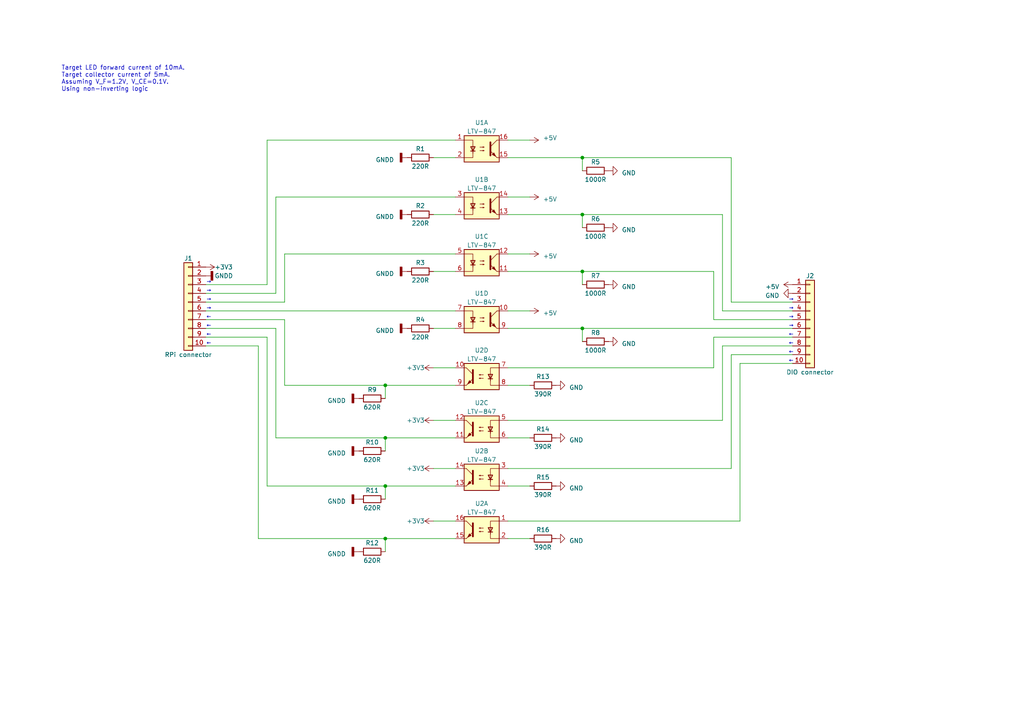
<source format=kicad_sch>
(kicad_sch (version 20230121) (generator eeschema)

  (uuid 6fddfeea-b9e6-409f-abf1-28266caabd5a)

  (paper "A4")

  (lib_symbols
    (symbol "Connector_Generic:Conn_01x10" (pin_names (offset 1.016) hide) (in_bom yes) (on_board yes)
      (property "Reference" "J" (at 0 12.7 0)
        (effects (font (size 1.27 1.27)))
      )
      (property "Value" "Conn_01x10" (at 0 -15.24 0)
        (effects (font (size 1.27 1.27)))
      )
      (property "Footprint" "" (at 0 0 0)
        (effects (font (size 1.27 1.27)) hide)
      )
      (property "Datasheet" "~" (at 0 0 0)
        (effects (font (size 1.27 1.27)) hide)
      )
      (property "ki_keywords" "connector" (at 0 0 0)
        (effects (font (size 1.27 1.27)) hide)
      )
      (property "ki_description" "Generic connector, single row, 01x10, script generated (kicad-library-utils/schlib/autogen/connector/)" (at 0 0 0)
        (effects (font (size 1.27 1.27)) hide)
      )
      (property "ki_fp_filters" "Connector*:*_1x??_*" (at 0 0 0)
        (effects (font (size 1.27 1.27)) hide)
      )
      (symbol "Conn_01x10_1_1"
        (rectangle (start -1.27 -12.573) (end 0 -12.827)
          (stroke (width 0.1524) (type default))
          (fill (type none))
        )
        (rectangle (start -1.27 -10.033) (end 0 -10.287)
          (stroke (width 0.1524) (type default))
          (fill (type none))
        )
        (rectangle (start -1.27 -7.493) (end 0 -7.747)
          (stroke (width 0.1524) (type default))
          (fill (type none))
        )
        (rectangle (start -1.27 -4.953) (end 0 -5.207)
          (stroke (width 0.1524) (type default))
          (fill (type none))
        )
        (rectangle (start -1.27 -2.413) (end 0 -2.667)
          (stroke (width 0.1524) (type default))
          (fill (type none))
        )
        (rectangle (start -1.27 0.127) (end 0 -0.127)
          (stroke (width 0.1524) (type default))
          (fill (type none))
        )
        (rectangle (start -1.27 2.667) (end 0 2.413)
          (stroke (width 0.1524) (type default))
          (fill (type none))
        )
        (rectangle (start -1.27 5.207) (end 0 4.953)
          (stroke (width 0.1524) (type default))
          (fill (type none))
        )
        (rectangle (start -1.27 7.747) (end 0 7.493)
          (stroke (width 0.1524) (type default))
          (fill (type none))
        )
        (rectangle (start -1.27 10.287) (end 0 10.033)
          (stroke (width 0.1524) (type default))
          (fill (type none))
        )
        (rectangle (start -1.27 11.43) (end 1.27 -13.97)
          (stroke (width 0.254) (type default))
          (fill (type background))
        )
        (pin passive line (at -5.08 10.16 0) (length 3.81)
          (name "Pin_1" (effects (font (size 1.27 1.27))))
          (number "1" (effects (font (size 1.27 1.27))))
        )
        (pin passive line (at -5.08 -12.7 0) (length 3.81)
          (name "Pin_10" (effects (font (size 1.27 1.27))))
          (number "10" (effects (font (size 1.27 1.27))))
        )
        (pin passive line (at -5.08 7.62 0) (length 3.81)
          (name "Pin_2" (effects (font (size 1.27 1.27))))
          (number "2" (effects (font (size 1.27 1.27))))
        )
        (pin passive line (at -5.08 5.08 0) (length 3.81)
          (name "Pin_3" (effects (font (size 1.27 1.27))))
          (number "3" (effects (font (size 1.27 1.27))))
        )
        (pin passive line (at -5.08 2.54 0) (length 3.81)
          (name "Pin_4" (effects (font (size 1.27 1.27))))
          (number "4" (effects (font (size 1.27 1.27))))
        )
        (pin passive line (at -5.08 0 0) (length 3.81)
          (name "Pin_5" (effects (font (size 1.27 1.27))))
          (number "5" (effects (font (size 1.27 1.27))))
        )
        (pin passive line (at -5.08 -2.54 0) (length 3.81)
          (name "Pin_6" (effects (font (size 1.27 1.27))))
          (number "6" (effects (font (size 1.27 1.27))))
        )
        (pin passive line (at -5.08 -5.08 0) (length 3.81)
          (name "Pin_7" (effects (font (size 1.27 1.27))))
          (number "7" (effects (font (size 1.27 1.27))))
        )
        (pin passive line (at -5.08 -7.62 0) (length 3.81)
          (name "Pin_8" (effects (font (size 1.27 1.27))))
          (number "8" (effects (font (size 1.27 1.27))))
        )
        (pin passive line (at -5.08 -10.16 0) (length 3.81)
          (name "Pin_9" (effects (font (size 1.27 1.27))))
          (number "9" (effects (font (size 1.27 1.27))))
        )
      )
    )
    (symbol "Device:R" (pin_numbers hide) (pin_names (offset 0)) (in_bom yes) (on_board yes)
      (property "Reference" "R" (at 2.032 0 90)
        (effects (font (size 1.27 1.27)))
      )
      (property "Value" "R" (at 0 0 90)
        (effects (font (size 1.27 1.27)))
      )
      (property "Footprint" "" (at -1.778 0 90)
        (effects (font (size 1.27 1.27)) hide)
      )
      (property "Datasheet" "~" (at 0 0 0)
        (effects (font (size 1.27 1.27)) hide)
      )
      (property "ki_keywords" "R res resistor" (at 0 0 0)
        (effects (font (size 1.27 1.27)) hide)
      )
      (property "ki_description" "Resistor" (at 0 0 0)
        (effects (font (size 1.27 1.27)) hide)
      )
      (property "ki_fp_filters" "R_*" (at 0 0 0)
        (effects (font (size 1.27 1.27)) hide)
      )
      (symbol "R_0_1"
        (rectangle (start -1.016 -2.54) (end 1.016 2.54)
          (stroke (width 0.254) (type default))
          (fill (type none))
        )
      )
      (symbol "R_1_1"
        (pin passive line (at 0 3.81 270) (length 1.27)
          (name "~" (effects (font (size 1.27 1.27))))
          (number "1" (effects (font (size 1.27 1.27))))
        )
        (pin passive line (at 0 -3.81 90) (length 1.27)
          (name "~" (effects (font (size 1.27 1.27))))
          (number "2" (effects (font (size 1.27 1.27))))
        )
      )
    )
    (symbol "Isolator:LTV-847" (pin_names (offset 1.016)) (in_bom yes) (on_board yes)
      (property "Reference" "U" (at -5.08 5.08 0)
        (effects (font (size 1.27 1.27)) (justify left))
      )
      (property "Value" "LTV-847" (at 0 5.08 0)
        (effects (font (size 1.27 1.27)) (justify left))
      )
      (property "Footprint" "Package_DIP:DIP-16_W7.62mm" (at -5.08 -5.08 0)
        (effects (font (size 1.27 1.27) italic) (justify left) hide)
      )
      (property "Datasheet" "http://optoelectronics.liteon.com/upload/download/DS-70-96-0016/LTV-8X7%20series.PDF" (at 0 0 0)
        (effects (font (size 1.27 1.27)) (justify left) hide)
      )
      (property "ki_keywords" "NPN DC Quad Optocoupler" (at 0 0 0)
        (effects (font (size 1.27 1.27)) hide)
      )
      (property "ki_description" "Quad DC Optocoupler, Vce 35V, CTR 50%, DIP-16" (at 0 0 0)
        (effects (font (size 1.27 1.27)) hide)
      )
      (property "ki_fp_filters" "DIP*W7.62mm*" (at 0 0 0)
        (effects (font (size 1.27 1.27)) hide)
      )
      (symbol "LTV-847_0_1"
        (rectangle (start -5.08 3.81) (end 5.08 -3.81)
          (stroke (width 0.254) (type default))
          (fill (type background))
        )
        (polyline
          (pts
            (xy -3.175 -0.635)
            (xy -1.905 -0.635)
          )
          (stroke (width 0.254) (type default))
          (fill (type none))
        )
        (polyline
          (pts
            (xy 2.54 0.635)
            (xy 4.445 2.54)
          )
          (stroke (width 0) (type default))
          (fill (type none))
        )
        (polyline
          (pts
            (xy 4.445 -2.54)
            (xy 2.54 -0.635)
          )
          (stroke (width 0) (type default))
          (fill (type outline))
        )
        (polyline
          (pts
            (xy 4.445 -2.54)
            (xy 5.08 -2.54)
          )
          (stroke (width 0) (type default))
          (fill (type none))
        )
        (polyline
          (pts
            (xy 4.445 2.54)
            (xy 5.08 2.54)
          )
          (stroke (width 0) (type default))
          (fill (type none))
        )
        (polyline
          (pts
            (xy -2.54 -0.635)
            (xy -2.54 -2.54)
            (xy -5.08 -2.54)
          )
          (stroke (width 0) (type default))
          (fill (type none))
        )
        (polyline
          (pts
            (xy 2.54 1.905)
            (xy 2.54 -1.905)
            (xy 2.54 -1.905)
          )
          (stroke (width 0.508) (type default))
          (fill (type none))
        )
        (polyline
          (pts
            (xy -5.08 2.54)
            (xy -2.54 2.54)
            (xy -2.54 -1.27)
            (xy -2.54 0.635)
          )
          (stroke (width 0) (type default))
          (fill (type none))
        )
        (polyline
          (pts
            (xy -2.54 -0.635)
            (xy -3.175 0.635)
            (xy -1.905 0.635)
            (xy -2.54 -0.635)
          )
          (stroke (width 0.254) (type default))
          (fill (type none))
        )
        (polyline
          (pts
            (xy -0.508 -0.508)
            (xy 0.762 -0.508)
            (xy 0.381 -0.635)
            (xy 0.381 -0.381)
            (xy 0.762 -0.508)
          )
          (stroke (width 0) (type default))
          (fill (type none))
        )
        (polyline
          (pts
            (xy -0.508 0.508)
            (xy 0.762 0.508)
            (xy 0.381 0.381)
            (xy 0.381 0.635)
            (xy 0.762 0.508)
          )
          (stroke (width 0) (type default))
          (fill (type none))
        )
        (polyline
          (pts
            (xy 3.048 -1.651)
            (xy 3.556 -1.143)
            (xy 4.064 -2.159)
            (xy 3.048 -1.651)
            (xy 3.048 -1.651)
          )
          (stroke (width 0) (type default))
          (fill (type outline))
        )
      )
      (symbol "LTV-847_1_1"
        (pin passive line (at -7.62 2.54 0) (length 2.54)
          (name "~" (effects (font (size 1.27 1.27))))
          (number "1" (effects (font (size 1.27 1.27))))
        )
        (pin passive line (at 7.62 -2.54 180) (length 2.54)
          (name "~" (effects (font (size 1.27 1.27))))
          (number "15" (effects (font (size 1.27 1.27))))
        )
        (pin passive line (at 7.62 2.54 180) (length 2.54)
          (name "~" (effects (font (size 1.27 1.27))))
          (number "16" (effects (font (size 1.27 1.27))))
        )
        (pin passive line (at -7.62 -2.54 0) (length 2.54)
          (name "~" (effects (font (size 1.27 1.27))))
          (number "2" (effects (font (size 1.27 1.27))))
        )
      )
      (symbol "LTV-847_2_1"
        (pin passive line (at 7.62 -2.54 180) (length 2.54)
          (name "~" (effects (font (size 1.27 1.27))))
          (number "13" (effects (font (size 1.27 1.27))))
        )
        (pin passive line (at 7.62 2.54 180) (length 2.54)
          (name "~" (effects (font (size 1.27 1.27))))
          (number "14" (effects (font (size 1.27 1.27))))
        )
        (pin passive line (at -7.62 2.54 0) (length 2.54)
          (name "~" (effects (font (size 1.27 1.27))))
          (number "3" (effects (font (size 1.27 1.27))))
        )
        (pin passive line (at -7.62 -2.54 0) (length 2.54)
          (name "~" (effects (font (size 1.27 1.27))))
          (number "4" (effects (font (size 1.27 1.27))))
        )
      )
      (symbol "LTV-847_3_1"
        (pin passive line (at 7.62 -2.54 180) (length 2.54)
          (name "~" (effects (font (size 1.27 1.27))))
          (number "11" (effects (font (size 1.27 1.27))))
        )
        (pin passive line (at 7.62 2.54 180) (length 2.54)
          (name "~" (effects (font (size 1.27 1.27))))
          (number "12" (effects (font (size 1.27 1.27))))
        )
        (pin passive line (at -7.62 2.54 0) (length 2.54)
          (name "~" (effects (font (size 1.27 1.27))))
          (number "5" (effects (font (size 1.27 1.27))))
        )
        (pin passive line (at -7.62 -2.54 0) (length 2.54)
          (name "~" (effects (font (size 1.27 1.27))))
          (number "6" (effects (font (size 1.27 1.27))))
        )
      )
      (symbol "LTV-847_4_1"
        (pin passive line (at 7.62 2.54 180) (length 2.54)
          (name "~" (effects (font (size 1.27 1.27))))
          (number "10" (effects (font (size 1.27 1.27))))
        )
        (pin passive line (at -7.62 2.54 0) (length 2.54)
          (name "~" (effects (font (size 1.27 1.27))))
          (number "7" (effects (font (size 1.27 1.27))))
        )
        (pin passive line (at -7.62 -2.54 0) (length 2.54)
          (name "~" (effects (font (size 1.27 1.27))))
          (number "8" (effects (font (size 1.27 1.27))))
        )
        (pin passive line (at 7.62 -2.54 180) (length 2.54)
          (name "~" (effects (font (size 1.27 1.27))))
          (number "9" (effects (font (size 1.27 1.27))))
        )
      )
    )
    (symbol "power:+3V3" (power) (pin_names (offset 0)) (in_bom yes) (on_board yes)
      (property "Reference" "#PWR" (at 0 -3.81 0)
        (effects (font (size 1.27 1.27)) hide)
      )
      (property "Value" "+3V3" (at 0 3.556 0)
        (effects (font (size 1.27 1.27)))
      )
      (property "Footprint" "" (at 0 0 0)
        (effects (font (size 1.27 1.27)) hide)
      )
      (property "Datasheet" "" (at 0 0 0)
        (effects (font (size 1.27 1.27)) hide)
      )
      (property "ki_keywords" "global power" (at 0 0 0)
        (effects (font (size 1.27 1.27)) hide)
      )
      (property "ki_description" "Power symbol creates a global label with name \"+3V3\"" (at 0 0 0)
        (effects (font (size 1.27 1.27)) hide)
      )
      (symbol "+3V3_0_1"
        (polyline
          (pts
            (xy -0.762 1.27)
            (xy 0 2.54)
          )
          (stroke (width 0) (type default))
          (fill (type none))
        )
        (polyline
          (pts
            (xy 0 0)
            (xy 0 2.54)
          )
          (stroke (width 0) (type default))
          (fill (type none))
        )
        (polyline
          (pts
            (xy 0 2.54)
            (xy 0.762 1.27)
          )
          (stroke (width 0) (type default))
          (fill (type none))
        )
      )
      (symbol "+3V3_1_1"
        (pin power_in line (at 0 0 90) (length 0) hide
          (name "+3V3" (effects (font (size 1.27 1.27))))
          (number "1" (effects (font (size 1.27 1.27))))
        )
      )
    )
    (symbol "power:+5V" (power) (pin_names (offset 0)) (in_bom yes) (on_board yes)
      (property "Reference" "#PWR" (at 0 -3.81 0)
        (effects (font (size 1.27 1.27)) hide)
      )
      (property "Value" "+5V" (at 0 3.556 0)
        (effects (font (size 1.27 1.27)))
      )
      (property "Footprint" "" (at 0 0 0)
        (effects (font (size 1.27 1.27)) hide)
      )
      (property "Datasheet" "" (at 0 0 0)
        (effects (font (size 1.27 1.27)) hide)
      )
      (property "ki_keywords" "global power" (at 0 0 0)
        (effects (font (size 1.27 1.27)) hide)
      )
      (property "ki_description" "Power symbol creates a global label with name \"+5V\"" (at 0 0 0)
        (effects (font (size 1.27 1.27)) hide)
      )
      (symbol "+5V_0_1"
        (polyline
          (pts
            (xy -0.762 1.27)
            (xy 0 2.54)
          )
          (stroke (width 0) (type default))
          (fill (type none))
        )
        (polyline
          (pts
            (xy 0 0)
            (xy 0 2.54)
          )
          (stroke (width 0) (type default))
          (fill (type none))
        )
        (polyline
          (pts
            (xy 0 2.54)
            (xy 0.762 1.27)
          )
          (stroke (width 0) (type default))
          (fill (type none))
        )
      )
      (symbol "+5V_1_1"
        (pin power_in line (at 0 0 90) (length 0) hide
          (name "+5V" (effects (font (size 1.27 1.27))))
          (number "1" (effects (font (size 1.27 1.27))))
        )
      )
    )
    (symbol "power:GND" (power) (pin_names (offset 0)) (in_bom yes) (on_board yes)
      (property "Reference" "#PWR" (at 0 -6.35 0)
        (effects (font (size 1.27 1.27)) hide)
      )
      (property "Value" "GND" (at 0 -3.81 0)
        (effects (font (size 1.27 1.27)))
      )
      (property "Footprint" "" (at 0 0 0)
        (effects (font (size 1.27 1.27)) hide)
      )
      (property "Datasheet" "" (at 0 0 0)
        (effects (font (size 1.27 1.27)) hide)
      )
      (property "ki_keywords" "global power" (at 0 0 0)
        (effects (font (size 1.27 1.27)) hide)
      )
      (property "ki_description" "Power symbol creates a global label with name \"GND\" , ground" (at 0 0 0)
        (effects (font (size 1.27 1.27)) hide)
      )
      (symbol "GND_0_1"
        (polyline
          (pts
            (xy 0 0)
            (xy 0 -1.27)
            (xy 1.27 -1.27)
            (xy 0 -2.54)
            (xy -1.27 -1.27)
            (xy 0 -1.27)
          )
          (stroke (width 0) (type default))
          (fill (type none))
        )
      )
      (symbol "GND_1_1"
        (pin power_in line (at 0 0 270) (length 0) hide
          (name "GND" (effects (font (size 1.27 1.27))))
          (number "1" (effects (font (size 1.27 1.27))))
        )
      )
    )
    (symbol "power:GNDD" (power) (pin_names (offset 0)) (in_bom yes) (on_board yes)
      (property "Reference" "#PWR" (at 0 -6.35 0)
        (effects (font (size 1.27 1.27)) hide)
      )
      (property "Value" "GNDD" (at 0 -3.175 0)
        (effects (font (size 1.27 1.27)))
      )
      (property "Footprint" "" (at 0 0 0)
        (effects (font (size 1.27 1.27)) hide)
      )
      (property "Datasheet" "" (at 0 0 0)
        (effects (font (size 1.27 1.27)) hide)
      )
      (property "ki_keywords" "global power" (at 0 0 0)
        (effects (font (size 1.27 1.27)) hide)
      )
      (property "ki_description" "Power symbol creates a global label with name \"GNDD\" , digital ground" (at 0 0 0)
        (effects (font (size 1.27 1.27)) hide)
      )
      (symbol "GNDD_0_1"
        (rectangle (start -1.27 -1.524) (end 1.27 -2.032)
          (stroke (width 0.254) (type default))
          (fill (type outline))
        )
        (polyline
          (pts
            (xy 0 0)
            (xy 0 -1.524)
          )
          (stroke (width 0) (type default))
          (fill (type none))
        )
      )
      (symbol "GNDD_1_1"
        (pin power_in line (at 0 0 270) (length 0) hide
          (name "GNDD" (effects (font (size 1.27 1.27))))
          (number "1" (effects (font (size 1.27 1.27))))
        )
      )
    )
  )

  (junction (at 111.76 111.76) (diameter 0) (color 0 0 0 0)
    (uuid 1b19b720-6371-4c47-81eb-a64b91ee4239)
  )
  (junction (at 111.76 156.21) (diameter 0) (color 0 0 0 0)
    (uuid 255dbbec-dda6-47a7-92c7-1d1f19007a57)
  )
  (junction (at 168.91 62.23) (diameter 0) (color 0 0 0 0)
    (uuid 38a978f5-0915-40cc-a771-37fdfaee87d0)
  )
  (junction (at 111.76 127) (diameter 0) (color 0 0 0 0)
    (uuid 3f5c6ea6-e38b-44c3-b055-45b408fa5fb3)
  )
  (junction (at 168.91 78.74) (diameter 0) (color 0 0 0 0)
    (uuid 4e0dff51-7a07-48e9-a701-8ed29638ff36)
  )
  (junction (at 168.91 45.72) (diameter 0) (color 0 0 0 0)
    (uuid b60f51a6-3f80-4f59-ac29-3d2e5194b9a6)
  )
  (junction (at 111.76 140.97) (diameter 0) (color 0 0 0 0)
    (uuid bba55d7c-7f18-4cdb-b4ff-95cbd222e057)
  )
  (junction (at 168.91 95.25) (diameter 0) (color 0 0 0 0)
    (uuid e00952c8-e2d7-43d2-b432-2a259fc33959)
  )

  (wire (pts (xy 111.76 140.97) (xy 111.76 144.78))
    (stroke (width 0) (type default))
    (uuid 03e45d06-87b6-48c2-b203-7783d83c3eb2)
  )
  (wire (pts (xy 125.73 106.68) (xy 132.08 106.68))
    (stroke (width 0) (type default))
    (uuid 0709e928-3fcd-4c99-9901-0d38b2c52449)
  )
  (wire (pts (xy 59.69 90.17) (xy 132.08 90.17))
    (stroke (width 0) (type default))
    (uuid 0af70269-0078-4cb5-b39b-0cf615b64cf4)
  )
  (wire (pts (xy 80.01 57.15) (xy 132.08 57.15))
    (stroke (width 0) (type default))
    (uuid 0cdec59c-2e8a-41cf-88af-a02c768bef07)
  )
  (wire (pts (xy 132.08 73.66) (xy 82.55 73.66))
    (stroke (width 0) (type default))
    (uuid 10a07af4-093e-41d1-ae2d-67c358f2e177)
  )
  (wire (pts (xy 132.08 140.97) (xy 111.76 140.97))
    (stroke (width 0) (type default))
    (uuid 12476949-7194-4c0d-9b14-19eb00d182af)
  )
  (wire (pts (xy 147.32 45.72) (xy 168.91 45.72))
    (stroke (width 0) (type default))
    (uuid 1c16d8c4-611b-4cc2-9911-e87060e5cdf7)
  )
  (wire (pts (xy 111.76 127) (xy 111.76 130.81))
    (stroke (width 0) (type default))
    (uuid 235437b7-877b-4ae4-acf9-58257032195a)
  )
  (wire (pts (xy 147.32 62.23) (xy 168.91 62.23))
    (stroke (width 0) (type default))
    (uuid 23f92972-f60b-42ee-a746-1f8924650db6)
  )
  (wire (pts (xy 168.91 45.72) (xy 212.09 45.72))
    (stroke (width 0) (type default))
    (uuid 288893eb-71d5-4c91-a172-66a17e3e9c5a)
  )
  (wire (pts (xy 207.01 92.71) (xy 229.87 92.71))
    (stroke (width 0) (type default))
    (uuid 28b3cc40-4957-4613-b1ec-6eab435b641a)
  )
  (wire (pts (xy 125.73 45.72) (xy 132.08 45.72))
    (stroke (width 0) (type default))
    (uuid 29ee8bde-68f1-4d57-a7f1-f5b05fa9b29d)
  )
  (wire (pts (xy 147.32 127) (xy 153.67 127))
    (stroke (width 0) (type default))
    (uuid 2aef0f12-5411-4e88-b024-319e81e41f48)
  )
  (wire (pts (xy 209.55 100.33) (xy 209.55 121.92))
    (stroke (width 0) (type default))
    (uuid 309f81b2-fb6d-4277-ad00-2dcec0e45d77)
  )
  (wire (pts (xy 82.55 73.66) (xy 82.55 87.63))
    (stroke (width 0) (type default))
    (uuid 36a44f5c-026d-4864-a3dc-60c1da1204e9)
  )
  (wire (pts (xy 147.32 121.92) (xy 209.55 121.92))
    (stroke (width 0) (type default))
    (uuid 37349e78-9574-4035-8a24-242d95f86596)
  )
  (wire (pts (xy 168.91 78.74) (xy 168.91 82.55))
    (stroke (width 0) (type default))
    (uuid 37e8ef7b-d058-40cd-bffb-9919f89876d8)
  )
  (wire (pts (xy 74.93 100.33) (xy 74.93 156.21))
    (stroke (width 0) (type default))
    (uuid 3d5b5db7-0a09-4d3f-aafd-a1d2b11ba121)
  )
  (wire (pts (xy 229.87 100.33) (xy 209.55 100.33))
    (stroke (width 0) (type default))
    (uuid 3db4f0d1-d29a-4224-8b53-799b2d4a6280)
  )
  (wire (pts (xy 111.76 140.97) (xy 77.47 140.97))
    (stroke (width 0) (type default))
    (uuid 3df31b99-acc5-4535-837a-e6601f7ebdfb)
  )
  (wire (pts (xy 212.09 102.87) (xy 212.09 135.89))
    (stroke (width 0) (type default))
    (uuid 4139a361-044e-4d68-979c-a16643d2a925)
  )
  (wire (pts (xy 125.73 62.23) (xy 132.08 62.23))
    (stroke (width 0) (type default))
    (uuid 46fd880a-cef4-4e05-95ac-4a4af0eff7e6)
  )
  (wire (pts (xy 59.69 97.79) (xy 77.47 97.79))
    (stroke (width 0) (type default))
    (uuid 4823dadf-067e-4694-8944-3a1caa4a5c87)
  )
  (wire (pts (xy 214.63 105.41) (xy 214.63 151.13))
    (stroke (width 0) (type default))
    (uuid 4d26d856-a4fa-4ae0-af38-9fee8263593d)
  )
  (wire (pts (xy 59.69 87.63) (xy 82.55 87.63))
    (stroke (width 0) (type default))
    (uuid 518e8d8f-60fe-46fc-93eb-f494725452a5)
  )
  (wire (pts (xy 125.73 135.89) (xy 132.08 135.89))
    (stroke (width 0) (type default))
    (uuid 5aaaaa96-cc0f-4bde-8dc1-fc15d030fa24)
  )
  (wire (pts (xy 147.32 135.89) (xy 212.09 135.89))
    (stroke (width 0) (type default))
    (uuid 5c50be45-4435-41f8-aec2-6c59d9638590)
  )
  (wire (pts (xy 59.69 92.71) (xy 82.55 92.71))
    (stroke (width 0) (type default))
    (uuid 5e0b89be-0c55-415d-a11d-f0f32528fe24)
  )
  (wire (pts (xy 207.01 97.79) (xy 207.01 106.68))
    (stroke (width 0) (type default))
    (uuid 635625e7-a70a-4892-af9c-84e2f24cd4f7)
  )
  (wire (pts (xy 147.32 151.13) (xy 214.63 151.13))
    (stroke (width 0) (type default))
    (uuid 6a1baf1e-2d67-4868-9f6a-ef5bde5c72b1)
  )
  (wire (pts (xy 212.09 45.72) (xy 212.09 87.63))
    (stroke (width 0) (type default))
    (uuid 6c4c99a5-f36b-4ab4-adf7-60594df0e6b5)
  )
  (wire (pts (xy 147.32 140.97) (xy 153.67 140.97))
    (stroke (width 0) (type default))
    (uuid 7069b97c-35b5-4adf-973f-7cac7aeda44b)
  )
  (wire (pts (xy 125.73 95.25) (xy 132.08 95.25))
    (stroke (width 0) (type default))
    (uuid 70ff2bed-27d5-40ca-a87e-654d323b1886)
  )
  (wire (pts (xy 125.73 78.74) (xy 132.08 78.74))
    (stroke (width 0) (type default))
    (uuid 74873495-ea99-40a6-aa71-7c99be581d43)
  )
  (wire (pts (xy 212.09 102.87) (xy 229.87 102.87))
    (stroke (width 0) (type default))
    (uuid 74a91319-7584-41ce-bedc-1b463b35132b)
  )
  (wire (pts (xy 207.01 78.74) (xy 207.01 92.71))
    (stroke (width 0) (type default))
    (uuid 7eac86fc-99d9-4f63-9dad-be4dab659bd6)
  )
  (wire (pts (xy 132.08 127) (xy 111.76 127))
    (stroke (width 0) (type default))
    (uuid 805cfed1-9f1d-4524-9876-06868bfb04fb)
  )
  (wire (pts (xy 229.87 90.17) (xy 209.55 90.17))
    (stroke (width 0) (type default))
    (uuid 806d1d56-61d1-4c10-aba5-e60ea5e6d2e8)
  )
  (wire (pts (xy 168.91 45.72) (xy 168.91 49.53))
    (stroke (width 0) (type default))
    (uuid 83bd94f1-8382-48c3-a8c3-8aad76cf3548)
  )
  (wire (pts (xy 111.76 111.76) (xy 111.76 115.57))
    (stroke (width 0) (type default))
    (uuid 88b27473-8112-45d2-acd2-46c7947015a0)
  )
  (wire (pts (xy 77.47 40.64) (xy 132.08 40.64))
    (stroke (width 0) (type default))
    (uuid 900535aa-137f-4ffb-a1d1-f15a3eee02ab)
  )
  (wire (pts (xy 147.32 106.68) (xy 207.01 106.68))
    (stroke (width 0) (type default))
    (uuid 90d9052d-1a8d-498c-b8f9-7a0edebc654a)
  )
  (wire (pts (xy 147.32 78.74) (xy 168.91 78.74))
    (stroke (width 0) (type default))
    (uuid 921c5115-9cac-45b6-afbf-7182e4533a76)
  )
  (wire (pts (xy 132.08 156.21) (xy 111.76 156.21))
    (stroke (width 0) (type default))
    (uuid 92b9cf80-da6b-4cb7-9c64-e671b80901bf)
  )
  (wire (pts (xy 168.91 95.25) (xy 168.91 99.06))
    (stroke (width 0) (type default))
    (uuid 946c53a5-90b2-4128-a84f-8c755d538754)
  )
  (wire (pts (xy 229.87 105.41) (xy 214.63 105.41))
    (stroke (width 0) (type default))
    (uuid 99568d78-6002-41b1-b714-8f30005fc1e3)
  )
  (wire (pts (xy 125.73 151.13) (xy 132.08 151.13))
    (stroke (width 0) (type default))
    (uuid 9cb4f96d-59cb-46fa-b89e-57c859ae4bd5)
  )
  (wire (pts (xy 229.87 97.79) (xy 207.01 97.79))
    (stroke (width 0) (type default))
    (uuid 9f9ea1dd-4248-47dd-b7bc-9db574c89784)
  )
  (wire (pts (xy 147.32 57.15) (xy 153.67 57.15))
    (stroke (width 0) (type default))
    (uuid a1645ebd-7e28-4de3-9ea4-f2ce16e5bb73)
  )
  (wire (pts (xy 111.76 156.21) (xy 111.76 160.02))
    (stroke (width 0) (type default))
    (uuid a1842f2f-3259-4715-ae23-af391c4e1a3d)
  )
  (wire (pts (xy 168.91 62.23) (xy 209.55 62.23))
    (stroke (width 0) (type default))
    (uuid a1a5cf6e-83db-4f9e-ad60-3289ae1430e1)
  )
  (wire (pts (xy 147.32 156.21) (xy 153.67 156.21))
    (stroke (width 0) (type default))
    (uuid a5be401a-64fb-452a-8375-4e0e69377c27)
  )
  (wire (pts (xy 80.01 95.25) (xy 80.01 127))
    (stroke (width 0) (type default))
    (uuid aecb3391-bfc8-4885-bf01-f456059fc113)
  )
  (wire (pts (xy 59.69 100.33) (xy 74.93 100.33))
    (stroke (width 0) (type default))
    (uuid bc685121-efa1-4851-b4af-7af985eec061)
  )
  (wire (pts (xy 111.76 111.76) (xy 132.08 111.76))
    (stroke (width 0) (type default))
    (uuid c4aa77b2-c3b2-4493-8caa-491d605226b8)
  )
  (wire (pts (xy 212.09 87.63) (xy 229.87 87.63))
    (stroke (width 0) (type default))
    (uuid caacd36e-84d8-427b-aa02-c2ef2d9cebc4)
  )
  (wire (pts (xy 59.69 95.25) (xy 80.01 95.25))
    (stroke (width 0) (type default))
    (uuid da76abb4-5336-4e46-9d59-5595f6fbfb14)
  )
  (wire (pts (xy 77.47 40.64) (xy 77.47 82.55))
    (stroke (width 0) (type default))
    (uuid dcb5f8bd-3c16-4cc6-b1c8-52db114b33e8)
  )
  (wire (pts (xy 147.32 73.66) (xy 153.67 73.66))
    (stroke (width 0) (type default))
    (uuid dcf0b12d-05b4-49a5-8a0b-4687122024f5)
  )
  (wire (pts (xy 147.32 40.64) (xy 153.67 40.64))
    (stroke (width 0) (type default))
    (uuid df8bd49e-9993-4707-bd38-0f1f2bea46b2)
  )
  (wire (pts (xy 209.55 62.23) (xy 209.55 90.17))
    (stroke (width 0) (type default))
    (uuid e1309e18-6222-4699-8452-1ecbacf9aa6a)
  )
  (wire (pts (xy 80.01 57.15) (xy 80.01 85.09))
    (stroke (width 0) (type default))
    (uuid e14912fa-798e-462b-8874-4b9ffb1cf44e)
  )
  (wire (pts (xy 168.91 95.25) (xy 229.87 95.25))
    (stroke (width 0) (type default))
    (uuid e5010782-ca01-48fd-86c4-0929943da365)
  )
  (wire (pts (xy 147.32 111.76) (xy 153.67 111.76))
    (stroke (width 0) (type default))
    (uuid e51b00a2-5376-4150-a149-129575c5af1d)
  )
  (wire (pts (xy 82.55 111.76) (xy 111.76 111.76))
    (stroke (width 0) (type default))
    (uuid e78e8768-d423-4328-9095-4ce01e0daca8)
  )
  (wire (pts (xy 147.32 95.25) (xy 168.91 95.25))
    (stroke (width 0) (type default))
    (uuid e901a6d6-2dbf-4876-a383-f878cf147082)
  )
  (wire (pts (xy 77.47 82.55) (xy 59.69 82.55))
    (stroke (width 0) (type default))
    (uuid eb4b8720-3d3d-41fe-82c2-e27af19455c5)
  )
  (wire (pts (xy 168.91 78.74) (xy 207.01 78.74))
    (stroke (width 0) (type default))
    (uuid ec4bc7a6-33bb-4157-9ecc-7ca21c19de01)
  )
  (wire (pts (xy 77.47 97.79) (xy 77.47 140.97))
    (stroke (width 0) (type default))
    (uuid ef7f87c2-3be8-43fe-a903-907aa0c3f53c)
  )
  (wire (pts (xy 111.76 127) (xy 80.01 127))
    (stroke (width 0) (type default))
    (uuid f05a4612-d6e4-4876-b212-0fdd533050d6)
  )
  (wire (pts (xy 82.55 92.71) (xy 82.55 111.76))
    (stroke (width 0) (type default))
    (uuid f19a7a90-c59d-4723-a6c5-93af935498c1)
  )
  (wire (pts (xy 59.69 85.09) (xy 80.01 85.09))
    (stroke (width 0) (type default))
    (uuid f1dea84d-089e-4cb1-a248-084ab54f51c2)
  )
  (wire (pts (xy 147.32 90.17) (xy 153.67 90.17))
    (stroke (width 0) (type default))
    (uuid f5b0a3aa-ed1f-4f65-8df3-08ce23d60c99)
  )
  (wire (pts (xy 111.76 156.21) (xy 74.93 156.21))
    (stroke (width 0) (type default))
    (uuid fa06d7eb-1f83-4c2e-9ee1-9f7de60a4956)
  )
  (wire (pts (xy 125.73 121.92) (xy 132.08 121.92))
    (stroke (width 0) (type default))
    (uuid fafde4cc-1e6e-471e-b321-eff8f0b7abdc)
  )
  (wire (pts (xy 168.91 62.23) (xy 168.91 66.04))
    (stroke (width 0) (type default))
    (uuid ff2a2287-6ad8-46ac-863b-1536025e2590)
  )

  (text "←" (at 228.6 102.87 0)
    (effects (font (size 1.27 1.27)) (justify left bottom))
    (uuid 0b9295d3-c035-499a-a1f2-bbe511397bc8)
  )
  (text "←" (at 228.6 97.79 0)
    (effects (font (size 1.27 1.27)) (justify left bottom))
    (uuid 14e8f850-05c4-463e-a305-4787124f74a7)
  )
  (text "→" (at 228.6 92.71 0)
    (effects (font (size 1.27 1.27)) (justify left bottom))
    (uuid 23a1f612-c217-4c82-86a2-3ee8de394d6b)
  )
  (text "→" (at 228.6 90.17 0)
    (effects (font (size 1.27 1.27)) (justify left bottom))
    (uuid 2c99ee06-e6b7-4053-aadc-a996b09a397a)
  )
  (text "←" (at 228.6 100.33 0)
    (effects (font (size 1.27 1.27)) (justify left bottom))
    (uuid 2d10cf8c-dce4-45d4-a637-a846756c2d8f)
  )
  (text "→" (at 228.6 87.63 0)
    (effects (font (size 1.27 1.27)) (justify left bottom))
    (uuid 2eff324c-83dd-4775-be01-34015cb270af)
  )
  (text "→" (at 59.69 82.55 0)
    (effects (font (size 1.27 1.27)) (justify left bottom))
    (uuid 31653a68-58e8-497e-abd4-b4973a9020a1)
  )
  (text "→" (at 228.6 95.25 0)
    (effects (font (size 1.27 1.27)) (justify left bottom))
    (uuid 46b71fae-f9da-402a-95e1-12c11e4284cd)
  )
  (text "←" (at 59.69 92.71 0)
    (effects (font (size 1.27 1.27)) (justify left bottom))
    (uuid 479916b3-c502-46e7-8684-1d85eb100fd1)
  )
  (text "→" (at 59.69 85.09 0)
    (effects (font (size 1.27 1.27)) (justify left bottom))
    (uuid 5093ab06-6e09-4205-8688-fd9b9bfeba27)
  )
  (text "→" (at 59.69 87.63 0)
    (effects (font (size 1.27 1.27)) (justify left bottom))
    (uuid 99c635ad-e633-4f6f-b0fb-9e1c04f86b2d)
  )
  (text "←" (at 59.69 95.25 0)
    (effects (font (size 1.27 1.27)) (justify left bottom))
    (uuid 9d1bbcf6-983c-4660-bed6-07cfb40bb86b)
  )
  (text "Target LED forward current of 10mA.\nTarget collector current of 5mA.\nAssuming V_F=1.2V, V_CE=0.1V.\nUsing non-inverting logic"
    (at 17.78 26.67 0)
    (effects (font (size 1.27 1.27)) (justify left bottom))
    (uuid a0bcaf6d-413c-4386-96d4-2308653c32db)
  )
  (text "→" (at 59.69 90.17 0)
    (effects (font (size 1.27 1.27)) (justify left bottom))
    (uuid c8e5d2f0-a368-4e0d-80bf-a3960e856e4e)
  )
  (text "←" (at 59.69 100.33 0)
    (effects (font (size 1.27 1.27)) (justify left bottom))
    (uuid ca3c9103-08ff-4993-87ec-23aa38d7915d)
  )
  (text "←" (at 228.6 105.41 0)
    (effects (font (size 1.27 1.27)) (justify left bottom))
    (uuid ee637a4b-9d50-4898-b978-6a5ebf71b281)
  )
  (text "←" (at 59.69 97.79 0)
    (effects (font (size 1.27 1.27)) (justify left bottom))
    (uuid f000d513-81c8-4529-bd7c-54b0e4c6bf60)
  )

  (symbol (lib_id "Device:R") (at 121.92 45.72 90) (unit 1)
    (in_bom yes) (on_board yes) (dnp no)
    (uuid 0341cd28-e710-4905-92eb-52d82ad04534)
    (property "Reference" "R1" (at 121.92 43.18 90)
      (effects (font (size 1.27 1.27)))
    )
    (property "Value" "220R" (at 121.92 48.26 90)
      (effects (font (size 1.27 1.27)))
    )
    (property "Footprint" "Resistor_THT:R_Axial_DIN0207_L6.3mm_D2.5mm_P10.16mm_Horizontal" (at 121.92 47.498 90)
      (effects (font (size 1.27 1.27)) hide)
    )
    (property "Datasheet" "~" (at 121.92 45.72 0)
      (effects (font (size 1.27 1.27)) hide)
    )
    (pin "1" (uuid e6a181ae-0db1-488b-bd73-db532cd65b5c))
    (pin "2" (uuid 6ec6f3bc-8bde-4f25-b205-2deb44be15d4))
    (instances
      (project "level_shifter"
        (path "/6fddfeea-b9e6-409f-abf1-28266caabd5a"
          (reference "R1") (unit 1)
        )
      )
    )
  )

  (symbol (lib_id "Device:R") (at 157.48 127 90) (unit 1)
    (in_bom yes) (on_board yes) (dnp no)
    (uuid 0d3eed7f-30b2-4837-997e-85d234184c2e)
    (property "Reference" "R14" (at 157.48 124.46 90)
      (effects (font (size 1.27 1.27)))
    )
    (property "Value" "390R" (at 157.48 129.54 90)
      (effects (font (size 1.27 1.27)))
    )
    (property "Footprint" "Resistor_THT:R_Axial_DIN0207_L6.3mm_D2.5mm_P10.16mm_Horizontal" (at 157.48 128.778 90)
      (effects (font (size 1.27 1.27)) hide)
    )
    (property "Datasheet" "~" (at 157.48 127 0)
      (effects (font (size 1.27 1.27)) hide)
    )
    (pin "1" (uuid f9e0a17d-9519-45d3-a6b4-b9116f5c0d22))
    (pin "2" (uuid 3d944e39-571e-49e0-a817-78b5a153d9a5))
    (instances
      (project "level_shifter"
        (path "/6fddfeea-b9e6-409f-abf1-28266caabd5a"
          (reference "R14") (unit 1)
        )
      )
    )
  )

  (symbol (lib_id "Isolator:LTV-847") (at 139.7 153.67 0) (mirror y) (unit 1)
    (in_bom yes) (on_board yes) (dnp no) (fields_autoplaced)
    (uuid 12136833-26f9-4339-af82-b31932e7db7f)
    (property "Reference" "U2" (at 139.7 146.05 0)
      (effects (font (size 1.27 1.27)))
    )
    (property "Value" "LTV-847" (at 139.7 148.59 0)
      (effects (font (size 1.27 1.27)))
    )
    (property "Footprint" "Package_DIP:DIP-16_W7.62mm" (at 144.78 158.75 0)
      (effects (font (size 1.27 1.27) italic) (justify left) hide)
    )
    (property "Datasheet" "http://optoelectronics.liteon.com/upload/download/DS-70-96-0016/LTV-8X7%20series.PDF" (at 139.7 153.67 0)
      (effects (font (size 1.27 1.27)) (justify left) hide)
    )
    (pin "1" (uuid 6fb83c12-3c2f-4e03-a20b-458a28a659f5))
    (pin "15" (uuid b16195c6-647b-4fe9-92b8-9e036d14db31))
    (pin "16" (uuid bb80945e-5f23-4b16-b1ae-1f5423186a69))
    (pin "2" (uuid dedabb93-2b02-4277-92d2-93e17c6d8d36))
    (pin "13" (uuid 537e82e5-c047-4a52-bdc8-f5fe923fd334))
    (pin "14" (uuid 9453c4d3-3d9c-4ec5-b750-2cdb964a40a1))
    (pin "3" (uuid bd17de60-0242-4c0c-9ff3-4eb8ecaab7fa))
    (pin "4" (uuid 9348fbad-2e34-43e2-993c-2399cdb5e8fa))
    (pin "11" (uuid 908ace78-a327-4958-9696-0535c61e1211))
    (pin "12" (uuid d5ec5dde-2645-45b1-bc49-4475f5f98e09))
    (pin "5" (uuid e89688ac-146c-433b-83df-065b9ad38b8e))
    (pin "6" (uuid 12197e06-decf-4d37-a7a0-7ee06e8fc217))
    (pin "10" (uuid eaba2ade-cdf5-4a6f-af12-4e62c8aad394))
    (pin "7" (uuid e3216624-3258-4315-b91c-bf9d4e17062b))
    (pin "8" (uuid 2e053cf1-09c5-4f25-8ae5-168d2246dbdb))
    (pin "9" (uuid 3653f254-87f2-4b17-8200-196ba2ae0191))
    (instances
      (project "level_shifter"
        (path "/6fddfeea-b9e6-409f-abf1-28266caabd5a"
          (reference "U2") (unit 1)
        )
      )
    )
  )

  (symbol (lib_id "Device:R") (at 107.95 144.78 90) (unit 1)
    (in_bom yes) (on_board yes) (dnp no)
    (uuid 13c183a2-1877-4a54-8699-f00590cea068)
    (property "Reference" "R11" (at 107.95 142.24 90)
      (effects (font (size 1.27 1.27)))
    )
    (property "Value" "620R" (at 107.95 147.32 90)
      (effects (font (size 1.27 1.27)))
    )
    (property "Footprint" "Resistor_THT:R_Axial_DIN0207_L6.3mm_D2.5mm_P10.16mm_Horizontal" (at 107.95 146.558 90)
      (effects (font (size 1.27 1.27)) hide)
    )
    (property "Datasheet" "~" (at 107.95 144.78 0)
      (effects (font (size 1.27 1.27)) hide)
    )
    (pin "1" (uuid ac8580c1-02c6-4456-9abd-d9ce4f385b87))
    (pin "2" (uuid 1edb7f7d-cc46-49ad-a768-39b21acfb26a))
    (instances
      (project "level_shifter"
        (path "/6fddfeea-b9e6-409f-abf1-28266caabd5a"
          (reference "R11") (unit 1)
        )
      )
    )
  )

  (symbol (lib_id "Device:R") (at 121.92 78.74 90) (unit 1)
    (in_bom yes) (on_board yes) (dnp no)
    (uuid 15f766b3-ef46-478c-a96a-14de9e63107e)
    (property "Reference" "R3" (at 121.92 76.2 90)
      (effects (font (size 1.27 1.27)))
    )
    (property "Value" "220R" (at 121.92 81.28 90)
      (effects (font (size 1.27 1.27)))
    )
    (property "Footprint" "Resistor_THT:R_Axial_DIN0207_L6.3mm_D2.5mm_P10.16mm_Horizontal" (at 121.92 80.518 90)
      (effects (font (size 1.27 1.27)) hide)
    )
    (property "Datasheet" "~" (at 121.92 78.74 0)
      (effects (font (size 1.27 1.27)) hide)
    )
    (pin "1" (uuid 53f9c24d-0d65-432f-8736-480028301eab))
    (pin "2" (uuid a2476ba9-4542-4fd6-99ec-df94c2dd4bf6))
    (instances
      (project "level_shifter"
        (path "/6fddfeea-b9e6-409f-abf1-28266caabd5a"
          (reference "R3") (unit 1)
        )
      )
    )
  )

  (symbol (lib_id "Isolator:LTV-847") (at 139.7 59.69 0) (unit 2)
    (in_bom yes) (on_board yes) (dnp no) (fields_autoplaced)
    (uuid 1e6abe77-2914-4b68-a022-2a467dc346c5)
    (property "Reference" "U1" (at 139.7 52.07 0)
      (effects (font (size 1.27 1.27)))
    )
    (property "Value" "LTV-847" (at 139.7 54.61 0)
      (effects (font (size 1.27 1.27)))
    )
    (property "Footprint" "Package_DIP:DIP-16_W7.62mm" (at 134.62 64.77 0)
      (effects (font (size 1.27 1.27) italic) (justify left) hide)
    )
    (property "Datasheet" "http://optoelectronics.liteon.com/upload/download/DS-70-96-0016/LTV-8X7%20series.PDF" (at 139.7 59.69 0)
      (effects (font (size 1.27 1.27)) (justify left) hide)
    )
    (pin "1" (uuid bd09cbc8-2863-4371-b758-06bd757e5576))
    (pin "15" (uuid fd6f4f43-7bc9-4585-b76e-24f528199a78))
    (pin "16" (uuid 9da02001-8d64-43b0-9191-fac4557a0756))
    (pin "2" (uuid 76474517-6af5-4d39-ade9-4d30637e6a99))
    (pin "13" (uuid 24f1c334-407a-4c54-a768-a0c8ab8d4283))
    (pin "14" (uuid b2a281a2-c46d-4d1a-a64d-bb2201866073))
    (pin "3" (uuid e33ec2f2-dbed-4ab1-af40-19fd20be7730))
    (pin "4" (uuid c4582470-fbce-465a-9486-358242627cd4))
    (pin "11" (uuid baaa2804-407b-41fc-986b-cc8c5c02b52f))
    (pin "12" (uuid e7178bb1-1e2d-45ec-9dad-c583a015e7e0))
    (pin "5" (uuid a40d6243-f0e6-456e-b4f7-6ace2e979218))
    (pin "6" (uuid 5b52eeb5-c43a-44c4-8751-1c8154431b15))
    (pin "10" (uuid 3c58f372-4087-4c60-b3d9-6cc5817bea59))
    (pin "7" (uuid c6d81c32-4fbc-4651-a56c-a50c775e0243))
    (pin "8" (uuid 3dd6d356-0498-408d-8d05-b9fb5cd97575))
    (pin "9" (uuid dd3f4ec3-8e85-4589-b2e1-12192f75e02c))
    (instances
      (project "level_shifter"
        (path "/6fddfeea-b9e6-409f-abf1-28266caabd5a"
          (reference "U1") (unit 2)
        )
      )
    )
  )

  (symbol (lib_id "power:+5V") (at 153.67 73.66 270) (mirror x) (unit 1)
    (in_bom yes) (on_board yes) (dnp no)
    (uuid 21bb3b90-e2df-49c9-a7ac-c881a073fa18)
    (property "Reference" "#PWR020" (at 149.86 73.66 0)
      (effects (font (size 1.27 1.27)) hide)
    )
    (property "Value" "+5V" (at 157.48 74.295 90)
      (effects (font (size 1.27 1.27)) (justify left))
    )
    (property "Footprint" "" (at 153.67 73.66 0)
      (effects (font (size 1.27 1.27)) hide)
    )
    (property "Datasheet" "" (at 153.67 73.66 0)
      (effects (font (size 1.27 1.27)) hide)
    )
    (pin "1" (uuid 56a20f73-0609-4eef-898b-71555b41893a))
    (instances
      (project "level_shifter"
        (path "/6fddfeea-b9e6-409f-abf1-28266caabd5a"
          (reference "#PWR020") (unit 1)
        )
      )
    )
  )

  (symbol (lib_id "Connector_Generic:Conn_01x10") (at 234.95 92.71 0) (unit 1)
    (in_bom yes) (on_board yes) (dnp no)
    (uuid 354ac51b-03cf-485d-beca-9c3f05494f0f)
    (property "Reference" "J2" (at 234.95 80.01 0)
      (effects (font (size 1.27 1.27)))
    )
    (property "Value" "DIO connector" (at 234.95 107.95 0)
      (effects (font (size 1.27 1.27)))
    )
    (property "Footprint" "Connector_PinHeader_2.54mm:PinHeader_1x10_P2.54mm_Horizontal" (at 234.95 92.71 0)
      (effects (font (size 1.27 1.27)) hide)
    )
    (property "Datasheet" "~" (at 234.95 92.71 0)
      (effects (font (size 1.27 1.27)) hide)
    )
    (pin "1" (uuid 370617f6-e399-4fca-af40-dc250951c84b))
    (pin "10" (uuid 98a65344-2c82-41f4-a4ba-0a3828d4e4be))
    (pin "2" (uuid 68be8ee0-5b95-43f1-b0d9-b7f509b96232))
    (pin "3" (uuid 56c1f941-f77d-4280-b33b-441c3562b54a))
    (pin "4" (uuid dbdae107-8f58-4e20-9875-ce308b925f0f))
    (pin "5" (uuid 0e990408-e281-4bed-bffe-f7d5f29981ba))
    (pin "6" (uuid 864af1dd-b446-4fb1-9eed-08ddfe91e015))
    (pin "7" (uuid fa168fd7-e1a3-4644-a424-a399762b874b))
    (pin "8" (uuid 7c3ac09d-0b13-4085-a781-2bd760f611c0))
    (pin "9" (uuid fe12122e-99ae-4e3d-a260-74a033f24ee4))
    (instances
      (project "level_shifter"
        (path "/6fddfeea-b9e6-409f-abf1-28266caabd5a"
          (reference "J2") (unit 1)
        )
      )
    )
  )

  (symbol (lib_id "power:+5V") (at 229.87 82.55 90) (unit 1)
    (in_bom yes) (on_board yes) (dnp no) (fields_autoplaced)
    (uuid 3f936d34-2bb5-4d0c-8355-60ad0ce777dd)
    (property "Reference" "#PWR021" (at 233.68 82.55 0)
      (effects (font (size 1.27 1.27)) hide)
    )
    (property "Value" "+5V" (at 226.06 83.185 90)
      (effects (font (size 1.27 1.27)) (justify left))
    )
    (property "Footprint" "" (at 229.87 82.55 0)
      (effects (font (size 1.27 1.27)) hide)
    )
    (property "Datasheet" "" (at 229.87 82.55 0)
      (effects (font (size 1.27 1.27)) hide)
    )
    (pin "1" (uuid ebec8fff-1320-4169-8477-d58b43a2f77a))
    (instances
      (project "level_shifter"
        (path "/6fddfeea-b9e6-409f-abf1-28266caabd5a"
          (reference "#PWR021") (unit 1)
        )
      )
    )
  )

  (symbol (lib_id "Device:R") (at 107.95 160.02 90) (unit 1)
    (in_bom yes) (on_board yes) (dnp no)
    (uuid 45c6426d-ce18-40ed-a1fc-7a04c44f43ed)
    (property "Reference" "R12" (at 107.95 157.48 90)
      (effects (font (size 1.27 1.27)))
    )
    (property "Value" "620R" (at 107.95 162.56 90)
      (effects (font (size 1.27 1.27)))
    )
    (property "Footprint" "Resistor_THT:R_Axial_DIN0207_L6.3mm_D2.5mm_P10.16mm_Horizontal" (at 107.95 161.798 90)
      (effects (font (size 1.27 1.27)) hide)
    )
    (property "Datasheet" "~" (at 107.95 160.02 0)
      (effects (font (size 1.27 1.27)) hide)
    )
    (pin "1" (uuid 9761992b-1af5-431c-a11b-fe0e7c045ea0))
    (pin "2" (uuid e37c5bed-d36b-4662-b226-3f2c535aa9aa))
    (instances
      (project "level_shifter"
        (path "/6fddfeea-b9e6-409f-abf1-28266caabd5a"
          (reference "R12") (unit 1)
        )
      )
    )
  )

  (symbol (lib_id "power:+3V3") (at 125.73 151.13 90) (unit 1)
    (in_bom yes) (on_board yes) (dnp no)
    (uuid 465f1d8c-6498-4239-851b-8c20b9c4febd)
    (property "Reference" "#PWR015" (at 129.54 151.13 0)
      (effects (font (size 1.27 1.27)) hide)
    )
    (property "Value" "+3V3" (at 123.19 151.13 90)
      (effects (font (size 1.27 1.27)) (justify left))
    )
    (property "Footprint" "" (at 125.73 151.13 0)
      (effects (font (size 1.27 1.27)) hide)
    )
    (property "Datasheet" "" (at 125.73 151.13 0)
      (effects (font (size 1.27 1.27)) hide)
    )
    (pin "1" (uuid 635ad5b0-51f2-47af-955a-822c9b595d23))
    (instances
      (project "level_shifter"
        (path "/6fddfeea-b9e6-409f-abf1-28266caabd5a"
          (reference "#PWR015") (unit 1)
        )
      )
    )
  )

  (symbol (lib_id "power:+3V3") (at 125.73 121.92 90) (unit 1)
    (in_bom yes) (on_board yes) (dnp no)
    (uuid 4d23d4ff-d58f-4659-9573-7f6f9e11a654)
    (property "Reference" "#PWR03" (at 129.54 121.92 0)
      (effects (font (size 1.27 1.27)) hide)
    )
    (property "Value" "+3V3" (at 123.19 121.92 90)
      (effects (font (size 1.27 1.27)) (justify left))
    )
    (property "Footprint" "" (at 125.73 121.92 0)
      (effects (font (size 1.27 1.27)) hide)
    )
    (property "Datasheet" "" (at 125.73 121.92 0)
      (effects (font (size 1.27 1.27)) hide)
    )
    (pin "1" (uuid 62c23afd-7b2e-4ee5-a0f9-d4be31385c38))
    (instances
      (project "level_shifter"
        (path "/6fddfeea-b9e6-409f-abf1-28266caabd5a"
          (reference "#PWR03") (unit 1)
        )
      )
    )
  )

  (symbol (lib_id "power:+3V3") (at 125.73 135.89 90) (unit 1)
    (in_bom yes) (on_board yes) (dnp no)
    (uuid 4e6fc342-b1ee-4d38-8a73-8227080509b9)
    (property "Reference" "#PWR014" (at 129.54 135.89 0)
      (effects (font (size 1.27 1.27)) hide)
    )
    (property "Value" "+3V3" (at 123.19 135.89 90)
      (effects (font (size 1.27 1.27)) (justify left))
    )
    (property "Footprint" "" (at 125.73 135.89 0)
      (effects (font (size 1.27 1.27)) hide)
    )
    (property "Datasheet" "" (at 125.73 135.89 0)
      (effects (font (size 1.27 1.27)) hide)
    )
    (pin "1" (uuid 3e277310-0079-4ee7-9f96-706605c1abb6))
    (instances
      (project "level_shifter"
        (path "/6fddfeea-b9e6-409f-abf1-28266caabd5a"
          (reference "#PWR014") (unit 1)
        )
      )
    )
  )

  (symbol (lib_id "Isolator:LTV-847") (at 139.7 76.2 0) (unit 3)
    (in_bom yes) (on_board yes) (dnp no) (fields_autoplaced)
    (uuid 51daf99e-c48b-46de-b6fa-f9b92ff4cec2)
    (property "Reference" "U1" (at 139.7 68.58 0)
      (effects (font (size 1.27 1.27)))
    )
    (property "Value" "LTV-847" (at 139.7 71.12 0)
      (effects (font (size 1.27 1.27)))
    )
    (property "Footprint" "Package_DIP:DIP-16_W7.62mm" (at 134.62 81.28 0)
      (effects (font (size 1.27 1.27) italic) (justify left) hide)
    )
    (property "Datasheet" "http://optoelectronics.liteon.com/upload/download/DS-70-96-0016/LTV-8X7%20series.PDF" (at 139.7 76.2 0)
      (effects (font (size 1.27 1.27)) (justify left) hide)
    )
    (pin "1" (uuid cda501e7-3fef-48ad-9f23-8ca9347c2b3c))
    (pin "15" (uuid bf85da48-658a-4778-8a99-b34f8c6fcac7))
    (pin "16" (uuid bfa50dc3-21ca-49d3-ac10-1e4d61e8804b))
    (pin "2" (uuid 43b9bb07-f331-4481-8541-ca83d65a9c32))
    (pin "13" (uuid 471d15fe-54ff-4577-903e-9911f9dfbbea))
    (pin "14" (uuid 1144e913-3441-43e8-8332-9908d69f8ba2))
    (pin "3" (uuid 7be15da2-4556-491e-ab51-5e2fcc63427a))
    (pin "4" (uuid 167258c5-0fb0-476c-aacb-3db48992ce70))
    (pin "11" (uuid 4eba318e-bece-43aa-a458-545e9496bbd0))
    (pin "12" (uuid da43a2cd-e75a-4302-90bf-c0025cdc3212))
    (pin "5" (uuid c338583b-e8f2-4088-b304-dba3c08fc4a1))
    (pin "6" (uuid 7e421fe3-42b3-4a81-a10b-98d28e2842c7))
    (pin "10" (uuid cddee717-6019-460b-9c71-6b7f2f3883fa))
    (pin "7" (uuid 17a23bba-a816-4f49-8501-ce6d0ecb7a63))
    (pin "8" (uuid 494a0de5-9464-46df-b00f-8994abbec670))
    (pin "9" (uuid 395b47bb-7a20-4fc3-9ff6-08a5bbb89af9))
    (instances
      (project "level_shifter"
        (path "/6fddfeea-b9e6-409f-abf1-28266caabd5a"
          (reference "U1") (unit 3)
        )
      )
    )
  )

  (symbol (lib_id "Device:R") (at 172.72 66.04 90) (unit 1)
    (in_bom yes) (on_board yes) (dnp no)
    (uuid 578751de-be42-47c8-b4bb-60ff80421eac)
    (property "Reference" "R6" (at 172.72 63.5 90)
      (effects (font (size 1.27 1.27)))
    )
    (property "Value" "1000R" (at 172.72 68.58 90)
      (effects (font (size 1.27 1.27)))
    )
    (property "Footprint" "Resistor_THT:R_Axial_DIN0207_L6.3mm_D2.5mm_P10.16mm_Horizontal" (at 172.72 67.818 90)
      (effects (font (size 1.27 1.27)) hide)
    )
    (property "Datasheet" "~" (at 172.72 66.04 0)
      (effects (font (size 1.27 1.27)) hide)
    )
    (pin "1" (uuid 54e00daf-56e2-4463-babb-449450619952))
    (pin "2" (uuid 784f0457-1998-40cd-bdc1-9f46cde8a445))
    (instances
      (project "level_shifter"
        (path "/6fddfeea-b9e6-409f-abf1-28266caabd5a"
          (reference "R6") (unit 1)
        )
      )
    )
  )

  (symbol (lib_id "power:GNDD") (at 104.14 115.57 270) (unit 1)
    (in_bom yes) (on_board yes) (dnp no) (fields_autoplaced)
    (uuid 5ae75149-7a8e-40b0-bcb9-247950549932)
    (property "Reference" "#PWR025" (at 97.79 115.57 0)
      (effects (font (size 1.27 1.27)) hide)
    )
    (property "Value" "GNDD" (at 100.33 116.205 90)
      (effects (font (size 1.27 1.27)) (justify right))
    )
    (property "Footprint" "" (at 104.14 115.57 0)
      (effects (font (size 1.27 1.27)) hide)
    )
    (property "Datasheet" "" (at 104.14 115.57 0)
      (effects (font (size 1.27 1.27)) hide)
    )
    (pin "1" (uuid 62f6cf0b-d564-4f29-8fc3-04ee61dd8d99))
    (instances
      (project "level_shifter"
        (path "/6fddfeea-b9e6-409f-abf1-28266caabd5a"
          (reference "#PWR025") (unit 1)
        )
      )
    )
  )

  (symbol (lib_id "power:GND") (at 176.53 99.06 90) (unit 1)
    (in_bom yes) (on_board yes) (dnp no) (fields_autoplaced)
    (uuid 5c1a32c6-45cd-4f99-88c9-8d57bc14f455)
    (property "Reference" "#PWR023" (at 182.88 99.06 0)
      (effects (font (size 1.27 1.27)) hide)
    )
    (property "Value" "GND" (at 180.34 99.695 90)
      (effects (font (size 1.27 1.27)) (justify right))
    )
    (property "Footprint" "" (at 176.53 99.06 0)
      (effects (font (size 1.27 1.27)) hide)
    )
    (property "Datasheet" "" (at 176.53 99.06 0)
      (effects (font (size 1.27 1.27)) hide)
    )
    (pin "1" (uuid 038c5bf1-427a-45b9-a60b-a982b076f761))
    (instances
      (project "level_shifter"
        (path "/6fddfeea-b9e6-409f-abf1-28266caabd5a"
          (reference "#PWR023") (unit 1)
        )
      )
    )
  )

  (symbol (lib_id "power:GND") (at 176.53 49.53 90) (unit 1)
    (in_bom yes) (on_board yes) (dnp no) (fields_autoplaced)
    (uuid 651e5632-be5a-4141-a8e5-a00736d6482d)
    (property "Reference" "#PWR05" (at 182.88 49.53 0)
      (effects (font (size 1.27 1.27)) hide)
    )
    (property "Value" "GND" (at 180.34 50.165 90)
      (effects (font (size 1.27 1.27)) (justify right))
    )
    (property "Footprint" "" (at 176.53 49.53 0)
      (effects (font (size 1.27 1.27)) hide)
    )
    (property "Datasheet" "" (at 176.53 49.53 0)
      (effects (font (size 1.27 1.27)) hide)
    )
    (pin "1" (uuid 38ce8cc8-e866-4eb2-b9a5-21caec1cb888))
    (instances
      (project "level_shifter"
        (path "/6fddfeea-b9e6-409f-abf1-28266caabd5a"
          (reference "#PWR05") (unit 1)
        )
      )
    )
  )

  (symbol (lib_id "power:+5V") (at 153.67 40.64 270) (unit 1)
    (in_bom yes) (on_board yes) (dnp no) (fields_autoplaced)
    (uuid 6e10504d-da53-4393-9d6c-5b4c9d21c784)
    (property "Reference" "#PWR018" (at 149.86 40.64 0)
      (effects (font (size 1.27 1.27)) hide)
    )
    (property "Value" "+5V" (at 157.48 40.005 90)
      (effects (font (size 1.27 1.27)) (justify left))
    )
    (property "Footprint" "" (at 153.67 40.64 0)
      (effects (font (size 1.27 1.27)) hide)
    )
    (property "Datasheet" "" (at 153.67 40.64 0)
      (effects (font (size 1.27 1.27)) hide)
    )
    (pin "1" (uuid e7fdfb6b-54fe-4471-b987-d07d586c445e))
    (instances
      (project "level_shifter"
        (path "/6fddfeea-b9e6-409f-abf1-28266caabd5a"
          (reference "#PWR018") (unit 1)
        )
      )
    )
  )

  (symbol (lib_id "power:GND") (at 176.53 82.55 90) (unit 1)
    (in_bom yes) (on_board yes) (dnp no) (fields_autoplaced)
    (uuid 76d260ee-bae8-4894-86b1-9c8de29d5194)
    (property "Reference" "#PWR017" (at 182.88 82.55 0)
      (effects (font (size 1.27 1.27)) hide)
    )
    (property "Value" "GND" (at 180.34 83.185 90)
      (effects (font (size 1.27 1.27)) (justify right))
    )
    (property "Footprint" "" (at 176.53 82.55 0)
      (effects (font (size 1.27 1.27)) hide)
    )
    (property "Datasheet" "" (at 176.53 82.55 0)
      (effects (font (size 1.27 1.27)) hide)
    )
    (pin "1" (uuid a593de04-528f-4b4d-8bbc-174ae5c212c6))
    (instances
      (project "level_shifter"
        (path "/6fddfeea-b9e6-409f-abf1-28266caabd5a"
          (reference "#PWR017") (unit 1)
        )
      )
    )
  )

  (symbol (lib_id "power:GNDD") (at 118.11 78.74 270) (unit 1)
    (in_bom yes) (on_board yes) (dnp no) (fields_autoplaced)
    (uuid 7b319b0a-5097-4020-85ab-b3a4246be455)
    (property "Reference" "#PWR08" (at 111.76 78.74 0)
      (effects (font (size 1.27 1.27)) hide)
    )
    (property "Value" "GNDD" (at 114.3 79.375 90)
      (effects (font (size 1.27 1.27)) (justify right))
    )
    (property "Footprint" "" (at 118.11 78.74 0)
      (effects (font (size 1.27 1.27)) hide)
    )
    (property "Datasheet" "" (at 118.11 78.74 0)
      (effects (font (size 1.27 1.27)) hide)
    )
    (pin "1" (uuid 658c8ad7-0fb5-48d3-971e-24945d3b1acf))
    (instances
      (project "level_shifter"
        (path "/6fddfeea-b9e6-409f-abf1-28266caabd5a"
          (reference "#PWR08") (unit 1)
        )
      )
    )
  )

  (symbol (lib_id "power:GNDD") (at 59.69 80.01 90) (unit 1)
    (in_bom yes) (on_board yes) (dnp no)
    (uuid 7fe39015-fbca-45cb-885a-058c88465dfd)
    (property "Reference" "#PWR02" (at 66.04 80.01 0)
      (effects (font (size 1.27 1.27)) hide)
    )
    (property "Value" "GNDD" (at 62.23 80.01 90)
      (effects (font (size 1.27 1.27)) (justify right))
    )
    (property "Footprint" "" (at 59.69 80.01 0)
      (effects (font (size 1.27 1.27)) hide)
    )
    (property "Datasheet" "" (at 59.69 80.01 0)
      (effects (font (size 1.27 1.27)) hide)
    )
    (pin "1" (uuid 677b4288-b9dd-447f-99a6-d90f87e75321))
    (instances
      (project "level_shifter"
        (path "/6fddfeea-b9e6-409f-abf1-28266caabd5a"
          (reference "#PWR02") (unit 1)
        )
      )
    )
  )

  (symbol (lib_id "power:GND") (at 176.53 66.04 90) (unit 1)
    (in_bom yes) (on_board yes) (dnp no) (fields_autoplaced)
    (uuid 81656fc4-7e17-4ed8-8cb5-9e1325d5cbaf)
    (property "Reference" "#PWR016" (at 182.88 66.04 0)
      (effects (font (size 1.27 1.27)) hide)
    )
    (property "Value" "GND" (at 180.34 66.675 90)
      (effects (font (size 1.27 1.27)) (justify right))
    )
    (property "Footprint" "" (at 176.53 66.04 0)
      (effects (font (size 1.27 1.27)) hide)
    )
    (property "Datasheet" "" (at 176.53 66.04 0)
      (effects (font (size 1.27 1.27)) hide)
    )
    (pin "1" (uuid 50581d9e-3112-419e-81a4-5bbca96a2a4a))
    (instances
      (project "level_shifter"
        (path "/6fddfeea-b9e6-409f-abf1-28266caabd5a"
          (reference "#PWR016") (unit 1)
        )
      )
    )
  )

  (symbol (lib_id "power:+5V") (at 153.67 57.15 270) (mirror x) (unit 1)
    (in_bom yes) (on_board yes) (dnp no)
    (uuid 856fee8d-9f8b-4967-94ae-d84364099828)
    (property "Reference" "#PWR019" (at 149.86 57.15 0)
      (effects (font (size 1.27 1.27)) hide)
    )
    (property "Value" "+5V" (at 157.48 57.785 90)
      (effects (font (size 1.27 1.27)) (justify left))
    )
    (property "Footprint" "" (at 153.67 57.15 0)
      (effects (font (size 1.27 1.27)) hide)
    )
    (property "Datasheet" "" (at 153.67 57.15 0)
      (effects (font (size 1.27 1.27)) hide)
    )
    (pin "1" (uuid 695cf776-0bae-48e8-ab71-f192bbb7cd9b))
    (instances
      (project "level_shifter"
        (path "/6fddfeea-b9e6-409f-abf1-28266caabd5a"
          (reference "#PWR019") (unit 1)
        )
      )
    )
  )

  (symbol (lib_id "power:GNDD") (at 118.11 95.25 270) (unit 1)
    (in_bom yes) (on_board yes) (dnp no) (fields_autoplaced)
    (uuid 882b3b85-54b7-420c-8f92-9dc1e32dfdb8)
    (property "Reference" "#PWR012" (at 111.76 95.25 0)
      (effects (font (size 1.27 1.27)) hide)
    )
    (property "Value" "GNDD" (at 114.3 95.885 90)
      (effects (font (size 1.27 1.27)) (justify right))
    )
    (property "Footprint" "" (at 118.11 95.25 0)
      (effects (font (size 1.27 1.27)) hide)
    )
    (property "Datasheet" "" (at 118.11 95.25 0)
      (effects (font (size 1.27 1.27)) hide)
    )
    (pin "1" (uuid 02d9c456-2274-4d59-a692-419363636b15))
    (instances
      (project "level_shifter"
        (path "/6fddfeea-b9e6-409f-abf1-28266caabd5a"
          (reference "#PWR012") (unit 1)
        )
      )
    )
  )

  (symbol (lib_id "power:GNDD") (at 104.14 160.02 270) (unit 1)
    (in_bom yes) (on_board yes) (dnp no) (fields_autoplaced)
    (uuid 8a68258b-20ee-41b1-8245-c3e304cd80b9)
    (property "Reference" "#PWR028" (at 97.79 160.02 0)
      (effects (font (size 1.27 1.27)) hide)
    )
    (property "Value" "GNDD" (at 100.33 160.655 90)
      (effects (font (size 1.27 1.27)) (justify right))
    )
    (property "Footprint" "" (at 104.14 160.02 0)
      (effects (font (size 1.27 1.27)) hide)
    )
    (property "Datasheet" "" (at 104.14 160.02 0)
      (effects (font (size 1.27 1.27)) hide)
    )
    (pin "1" (uuid d4ec8dac-9626-4e98-9bb8-09e90676e1c0))
    (instances
      (project "level_shifter"
        (path "/6fddfeea-b9e6-409f-abf1-28266caabd5a"
          (reference "#PWR028") (unit 1)
        )
      )
    )
  )

  (symbol (lib_id "power:GNDD") (at 104.14 130.81 270) (unit 1)
    (in_bom yes) (on_board yes) (dnp no) (fields_autoplaced)
    (uuid 9124d96e-9b6f-4341-bf04-cf6beaf97ce4)
    (property "Reference" "#PWR026" (at 97.79 130.81 0)
      (effects (font (size 1.27 1.27)) hide)
    )
    (property "Value" "GNDD" (at 100.33 131.445 90)
      (effects (font (size 1.27 1.27)) (justify right))
    )
    (property "Footprint" "" (at 104.14 130.81 0)
      (effects (font (size 1.27 1.27)) hide)
    )
    (property "Datasheet" "" (at 104.14 130.81 0)
      (effects (font (size 1.27 1.27)) hide)
    )
    (pin "1" (uuid 93c841a3-f0d4-453a-bea1-b30bdf54ea81))
    (instances
      (project "level_shifter"
        (path "/6fddfeea-b9e6-409f-abf1-28266caabd5a"
          (reference "#PWR026") (unit 1)
        )
      )
    )
  )

  (symbol (lib_id "Isolator:LTV-847") (at 139.7 43.18 0) (unit 1)
    (in_bom yes) (on_board yes) (dnp no) (fields_autoplaced)
    (uuid 928e646d-2f1a-400f-93ef-a653886a5f04)
    (property "Reference" "U1" (at 139.7 35.56 0)
      (effects (font (size 1.27 1.27)))
    )
    (property "Value" "LTV-847" (at 139.7 38.1 0)
      (effects (font (size 1.27 1.27)))
    )
    (property "Footprint" "Package_DIP:DIP-16_W7.62mm" (at 134.62 48.26 0)
      (effects (font (size 1.27 1.27) italic) (justify left) hide)
    )
    (property "Datasheet" "http://optoelectronics.liteon.com/upload/download/DS-70-96-0016/LTV-8X7%20series.PDF" (at 139.7 43.18 0)
      (effects (font (size 1.27 1.27)) (justify left) hide)
    )
    (pin "1" (uuid 5a937e1b-d890-493d-9ccf-91f39858fe58))
    (pin "15" (uuid 3499b534-2a08-4d82-84ea-b47ea27f1725))
    (pin "16" (uuid e1f13cb9-4a28-4c7e-ba8b-c7d75fe28870))
    (pin "2" (uuid ebc5b278-28a4-4580-b607-cd0f13f3e00f))
    (pin "13" (uuid 0b6ade53-c03e-4ebe-8280-a8ee50dcc24e))
    (pin "14" (uuid f9a52c3c-5eb4-489b-9ed6-06965cba6b39))
    (pin "3" (uuid f7da5bc3-48cd-4ca0-a2a7-72493499ad0f))
    (pin "4" (uuid b4b8cf4e-d974-4757-9d54-7a4dba5bafd8))
    (pin "11" (uuid 0fb82ce8-a7c1-4e56-ab66-9379e2dbdb35))
    (pin "12" (uuid 77358f36-6195-4d78-902f-21c715732901))
    (pin "5" (uuid 8edf1db3-8836-4d43-abc5-17e2ed5a05b0))
    (pin "6" (uuid afd17fdf-5160-4889-9d75-584455d28772))
    (pin "10" (uuid d0784c54-46f9-4ae6-8c0e-505fffc316fb))
    (pin "7" (uuid ebcfe6e0-a1b9-41cc-8d8d-6ec4b45f8aab))
    (pin "8" (uuid 5563bd24-2d23-4803-a5bb-0a10cb91249b))
    (pin "9" (uuid 99459751-ec23-4ccf-9fd9-6dcef0f929aa))
    (instances
      (project "level_shifter"
        (path "/6fddfeea-b9e6-409f-abf1-28266caabd5a"
          (reference "U1") (unit 1)
        )
      )
    )
  )

  (symbol (lib_id "Device:R") (at 172.72 49.53 270) (mirror x) (unit 1)
    (in_bom yes) (on_board yes) (dnp no)
    (uuid 93150090-f55d-4ad2-bd23-d93238192dd6)
    (property "Reference" "R5" (at 172.72 46.99 90)
      (effects (font (size 1.27 1.27)))
    )
    (property "Value" "1000R" (at 172.72 52.07 90)
      (effects (font (size 1.27 1.27)))
    )
    (property "Footprint" "Resistor_THT:R_Axial_DIN0207_L6.3mm_D2.5mm_P10.16mm_Horizontal" (at 172.72 51.308 90)
      (effects (font (size 1.27 1.27)) hide)
    )
    (property "Datasheet" "~" (at 172.72 49.53 0)
      (effects (font (size 1.27 1.27)) hide)
    )
    (pin "1" (uuid 6817f9d2-a1b5-4f97-b26b-1b462cb690ec))
    (pin "2" (uuid 4fe7156d-81b1-4632-a4e4-d904b6d20f97))
    (instances
      (project "level_shifter"
        (path "/6fddfeea-b9e6-409f-abf1-28266caabd5a"
          (reference "R5") (unit 1)
        )
      )
    )
  )

  (symbol (lib_id "Device:R") (at 107.95 115.57 90) (unit 1)
    (in_bom yes) (on_board yes) (dnp no)
    (uuid 96eba547-acdd-4289-88b9-4aff70d39089)
    (property "Reference" "R9" (at 107.95 113.03 90)
      (effects (font (size 1.27 1.27)))
    )
    (property "Value" "620R" (at 107.95 118.11 90)
      (effects (font (size 1.27 1.27)))
    )
    (property "Footprint" "Resistor_THT:R_Axial_DIN0207_L6.3mm_D2.5mm_P10.16mm_Horizontal" (at 107.95 117.348 90)
      (effects (font (size 1.27 1.27)) hide)
    )
    (property "Datasheet" "~" (at 107.95 115.57 0)
      (effects (font (size 1.27 1.27)) hide)
    )
    (pin "1" (uuid a63b2545-49b5-4efa-98be-8a8fc8b29108))
    (pin "2" (uuid aefdb225-15f7-4cf8-9427-8fea5f36b32e))
    (instances
      (project "level_shifter"
        (path "/6fddfeea-b9e6-409f-abf1-28266caabd5a"
          (reference "R9") (unit 1)
        )
      )
    )
  )

  (symbol (lib_id "Device:R") (at 157.48 140.97 90) (unit 1)
    (in_bom yes) (on_board yes) (dnp no)
    (uuid 998da793-50ec-456e-9d41-a779decc9ccf)
    (property "Reference" "R15" (at 157.48 138.43 90)
      (effects (font (size 1.27 1.27)))
    )
    (property "Value" "390R" (at 157.48 143.51 90)
      (effects (font (size 1.27 1.27)))
    )
    (property "Footprint" "Resistor_THT:R_Axial_DIN0207_L6.3mm_D2.5mm_P10.16mm_Horizontal" (at 157.48 142.748 90)
      (effects (font (size 1.27 1.27)) hide)
    )
    (property "Datasheet" "~" (at 157.48 140.97 0)
      (effects (font (size 1.27 1.27)) hide)
    )
    (pin "1" (uuid 480a7b7f-3d2d-4ce9-915b-b97d8fe60b9c))
    (pin "2" (uuid b5a22e6c-8da4-4af2-bdd8-18b65ed7723a))
    (instances
      (project "level_shifter"
        (path "/6fddfeea-b9e6-409f-abf1-28266caabd5a"
          (reference "R15") (unit 1)
        )
      )
    )
  )

  (symbol (lib_id "power:GND") (at 229.87 85.09 270) (unit 1)
    (in_bom yes) (on_board yes) (dnp no) (fields_autoplaced)
    (uuid 9ab82add-39ca-43df-b3d8-4033c972cea7)
    (property "Reference" "#PWR022" (at 223.52 85.09 0)
      (effects (font (size 1.27 1.27)) hide)
    )
    (property "Value" "GND" (at 226.06 85.725 90)
      (effects (font (size 1.27 1.27)) (justify right))
    )
    (property "Footprint" "" (at 229.87 85.09 0)
      (effects (font (size 1.27 1.27)) hide)
    )
    (property "Datasheet" "" (at 229.87 85.09 0)
      (effects (font (size 1.27 1.27)) hide)
    )
    (pin "1" (uuid dfad9810-19c4-4d47-9050-517d83b05ef4))
    (instances
      (project "level_shifter"
        (path "/6fddfeea-b9e6-409f-abf1-28266caabd5a"
          (reference "#PWR022") (unit 1)
        )
      )
    )
  )

  (symbol (lib_id "Device:R") (at 172.72 99.06 90) (unit 1)
    (in_bom yes) (on_board yes) (dnp no)
    (uuid 9f231f98-f004-43f7-8cbb-a54de066a7fc)
    (property "Reference" "R8" (at 172.72 96.52 90)
      (effects (font (size 1.27 1.27)))
    )
    (property "Value" "1000R" (at 172.72 101.6 90)
      (effects (font (size 1.27 1.27)))
    )
    (property "Footprint" "Resistor_THT:R_Axial_DIN0207_L6.3mm_D2.5mm_P10.16mm_Horizontal" (at 172.72 100.838 90)
      (effects (font (size 1.27 1.27)) hide)
    )
    (property "Datasheet" "~" (at 172.72 99.06 0)
      (effects (font (size 1.27 1.27)) hide)
    )
    (pin "1" (uuid de1944cd-53b4-4be2-982b-e98b99c41522))
    (pin "2" (uuid 8864e1fc-0a3a-498d-b91b-55f3b29736ba))
    (instances
      (project "level_shifter"
        (path "/6fddfeea-b9e6-409f-abf1-28266caabd5a"
          (reference "R8") (unit 1)
        )
      )
    )
  )

  (symbol (lib_id "power:+5V") (at 153.67 90.17 270) (unit 1)
    (in_bom yes) (on_board yes) (dnp no) (fields_autoplaced)
    (uuid aa626638-179e-4664-808a-f33abc6097db)
    (property "Reference" "#PWR024" (at 149.86 90.17 0)
      (effects (font (size 1.27 1.27)) hide)
    )
    (property "Value" "+5V" (at 157.48 90.805 90)
      (effects (font (size 1.27 1.27)) (justify left))
    )
    (property "Footprint" "" (at 153.67 90.17 0)
      (effects (font (size 1.27 1.27)) hide)
    )
    (property "Datasheet" "" (at 153.67 90.17 0)
      (effects (font (size 1.27 1.27)) hide)
    )
    (pin "1" (uuid ec219b2f-739d-4fe0-958c-31bd7e31922e))
    (instances
      (project "level_shifter"
        (path "/6fddfeea-b9e6-409f-abf1-28266caabd5a"
          (reference "#PWR024") (unit 1)
        )
      )
    )
  )

  (symbol (lib_id "Device:R") (at 121.92 62.23 90) (unit 1)
    (in_bom yes) (on_board yes) (dnp no)
    (uuid adcf5618-56b2-461c-9698-c46526ba995a)
    (property "Reference" "R2" (at 121.92 59.69 90)
      (effects (font (size 1.27 1.27)))
    )
    (property "Value" "220R" (at 121.92 64.77 90)
      (effects (font (size 1.27 1.27)))
    )
    (property "Footprint" "Resistor_THT:R_Axial_DIN0207_L6.3mm_D2.5mm_P10.16mm_Horizontal" (at 121.92 64.008 90)
      (effects (font (size 1.27 1.27)) hide)
    )
    (property "Datasheet" "~" (at 121.92 62.23 0)
      (effects (font (size 1.27 1.27)) hide)
    )
    (pin "1" (uuid 99fa41ca-0367-4438-aa9a-762bf38ea039))
    (pin "2" (uuid 6593f874-362f-42ed-8dec-005c9fefab34))
    (instances
      (project "level_shifter"
        (path "/6fddfeea-b9e6-409f-abf1-28266caabd5a"
          (reference "R2") (unit 1)
        )
      )
    )
  )

  (symbol (lib_id "Device:R") (at 121.92 95.25 90) (unit 1)
    (in_bom yes) (on_board yes) (dnp no)
    (uuid b810c404-fe28-4afb-a306-dcfe62f7c1ce)
    (property "Reference" "R4" (at 121.92 92.71 90)
      (effects (font (size 1.27 1.27)))
    )
    (property "Value" "220R" (at 121.92 97.79 90)
      (effects (font (size 1.27 1.27)))
    )
    (property "Footprint" "Resistor_THT:R_Axial_DIN0207_L6.3mm_D2.5mm_P10.16mm_Horizontal" (at 121.92 97.028 90)
      (effects (font (size 1.27 1.27)) hide)
    )
    (property "Datasheet" "~" (at 121.92 95.25 0)
      (effects (font (size 1.27 1.27)) hide)
    )
    (pin "1" (uuid 68a91cf9-39fc-4bda-8f2e-d14a4cc34815))
    (pin "2" (uuid e7bc9a1d-8412-4c03-9f15-9f2e7c0dacdd))
    (instances
      (project "level_shifter"
        (path "/6fddfeea-b9e6-409f-abf1-28266caabd5a"
          (reference "R4") (unit 1)
        )
      )
    )
  )

  (symbol (lib_id "Connector_Generic:Conn_01x10") (at 54.61 87.63 0) (mirror y) (unit 1)
    (in_bom yes) (on_board yes) (dnp no)
    (uuid b874271d-dd3d-48c9-869d-679d7f33fd0e)
    (property "Reference" "J1" (at 54.61 74.93 0)
      (effects (font (size 1.27 1.27)))
    )
    (property "Value" "RPi connector" (at 54.61 102.87 0)
      (effects (font (size 1.27 1.27)))
    )
    (property "Footprint" "Connector_PinHeader_2.54mm:PinHeader_1x10_P2.54mm_Horizontal" (at 54.61 87.63 0)
      (effects (font (size 1.27 1.27)) hide)
    )
    (property "Datasheet" "~" (at 54.61 87.63 0)
      (effects (font (size 1.27 1.27)) hide)
    )
    (pin "1" (uuid fca0a5a6-9895-4aca-8abe-ba90681d4c7c))
    (pin "10" (uuid 02f3083a-ad83-420c-bd24-25b55a9c020c))
    (pin "2" (uuid 29c2aef8-c973-4f35-8b4e-a718490f6125))
    (pin "3" (uuid 5c5a9457-488b-4bd6-8e94-77ea3fe7ea68))
    (pin "4" (uuid 65caace8-7993-4ccd-8fb2-1b5942244c58))
    (pin "5" (uuid 091e65c6-7aed-4297-b053-817e3de93d15))
    (pin "6" (uuid 59124416-dcbe-49a5-a662-732df107121f))
    (pin "7" (uuid 7f70a16e-39fa-4b25-a260-3361e37bca2d))
    (pin "8" (uuid 7ba9eb5a-4b57-4fb8-8b77-df981131ee19))
    (pin "9" (uuid 22ceab2d-4685-47d2-924a-fc13e63e7706))
    (instances
      (project "level_shifter"
        (path "/6fddfeea-b9e6-409f-abf1-28266caabd5a"
          (reference "J1") (unit 1)
        )
      )
    )
  )

  (symbol (lib_id "Isolator:LTV-847") (at 139.7 138.43 0) (mirror y) (unit 2)
    (in_bom yes) (on_board yes) (dnp no) (fields_autoplaced)
    (uuid bd07a96f-1af2-4e6b-bf14-1173384e8428)
    (property "Reference" "U2" (at 139.7 130.81 0)
      (effects (font (size 1.27 1.27)))
    )
    (property "Value" "LTV-847" (at 139.7 133.35 0)
      (effects (font (size 1.27 1.27)))
    )
    (property "Footprint" "Package_DIP:DIP-16_W7.62mm" (at 144.78 143.51 0)
      (effects (font (size 1.27 1.27) italic) (justify left) hide)
    )
    (property "Datasheet" "http://optoelectronics.liteon.com/upload/download/DS-70-96-0016/LTV-8X7%20series.PDF" (at 139.7 138.43 0)
      (effects (font (size 1.27 1.27)) (justify left) hide)
    )
    (pin "1" (uuid 44b756f4-0a20-4a7a-bbe7-f17f078fee75))
    (pin "15" (uuid a2c0ae63-5dbc-4d12-90d5-093383bcb09e))
    (pin "16" (uuid a946e2d0-1094-4d16-9719-3a9a2b48f0e8))
    (pin "2" (uuid 8c8b70c3-2c77-4c90-a37d-97cbe7144fb7))
    (pin "13" (uuid 653fa1f2-3391-4be0-9ede-a4d43123b179))
    (pin "14" (uuid dc8126f8-a78f-4a08-9024-0320b9a8a470))
    (pin "3" (uuid c9677885-a8c8-479e-9343-efb99c3e3e0b))
    (pin "4" (uuid 843b156e-af87-44dd-ae61-102cf7b6e0cf))
    (pin "11" (uuid 0f61fddc-7abf-4971-a42d-702a57c427bf))
    (pin "12" (uuid 0db806f2-7c05-4c1d-b91a-685fcf3d7906))
    (pin "5" (uuid 55c791ca-235f-47de-9f6e-3d5279bdfdc3))
    (pin "6" (uuid 26f7322c-4617-4f81-a7bb-b5f801e9c618))
    (pin "10" (uuid c5746b54-7c9b-494e-9a5d-9060724181a4))
    (pin "7" (uuid b1254d32-52d7-4e02-be39-425324830aad))
    (pin "8" (uuid fa37f751-9a68-459f-93e7-b8d8470e02ac))
    (pin "9" (uuid 1381cc90-1957-459e-b804-a387ea1fb051))
    (instances
      (project "level_shifter"
        (path "/6fddfeea-b9e6-409f-abf1-28266caabd5a"
          (reference "U2") (unit 2)
        )
      )
    )
  )

  (symbol (lib_id "power:+3V3") (at 59.69 77.47 270) (unit 1)
    (in_bom yes) (on_board yes) (dnp no)
    (uuid c2f15daf-0ade-4b9a-98b0-a726ed2f408a)
    (property "Reference" "#PWR01" (at 55.88 77.47 0)
      (effects (font (size 1.27 1.27)) hide)
    )
    (property "Value" "+3V3" (at 62.23 77.47 90)
      (effects (font (size 1.27 1.27)) (justify left))
    )
    (property "Footprint" "" (at 59.69 77.47 0)
      (effects (font (size 1.27 1.27)) hide)
    )
    (property "Datasheet" "" (at 59.69 77.47 0)
      (effects (font (size 1.27 1.27)) hide)
    )
    (pin "1" (uuid 88e7db64-06ab-4fb8-9aff-e7b151358dd5))
    (instances
      (project "level_shifter"
        (path "/6fddfeea-b9e6-409f-abf1-28266caabd5a"
          (reference "#PWR01") (unit 1)
        )
      )
    )
  )

  (symbol (lib_id "power:+3V3") (at 125.73 106.68 90) (unit 1)
    (in_bom yes) (on_board yes) (dnp no)
    (uuid c538eb1f-6a3c-479b-b43a-9a65ad6fe889)
    (property "Reference" "#PWR04" (at 129.54 106.68 0)
      (effects (font (size 1.27 1.27)) hide)
    )
    (property "Value" "+3V3" (at 123.19 106.68 90)
      (effects (font (size 1.27 1.27)) (justify left))
    )
    (property "Footprint" "" (at 125.73 106.68 0)
      (effects (font (size 1.27 1.27)) hide)
    )
    (property "Datasheet" "" (at 125.73 106.68 0)
      (effects (font (size 1.27 1.27)) hide)
    )
    (pin "1" (uuid c8ebe95b-b585-4056-9eb0-e788fac33d57))
    (instances
      (project "level_shifter"
        (path "/6fddfeea-b9e6-409f-abf1-28266caabd5a"
          (reference "#PWR04") (unit 1)
        )
      )
    )
  )

  (symbol (lib_id "power:GND") (at 161.29 140.97 90) (unit 1)
    (in_bom yes) (on_board yes) (dnp no) (fields_autoplaced)
    (uuid c77d012d-24c8-4418-baf5-b7ca3acfa184)
    (property "Reference" "#PWR011" (at 167.64 140.97 0)
      (effects (font (size 1.27 1.27)) hide)
    )
    (property "Value" "GND" (at 165.1 141.605 90)
      (effects (font (size 1.27 1.27)) (justify right))
    )
    (property "Footprint" "" (at 161.29 140.97 0)
      (effects (font (size 1.27 1.27)) hide)
    )
    (property "Datasheet" "" (at 161.29 140.97 0)
      (effects (font (size 1.27 1.27)) hide)
    )
    (pin "1" (uuid b7459ffc-ceb3-4ad4-9e79-9c60ed27b72a))
    (instances
      (project "level_shifter"
        (path "/6fddfeea-b9e6-409f-abf1-28266caabd5a"
          (reference "#PWR011") (unit 1)
        )
      )
    )
  )

  (symbol (lib_id "Isolator:LTV-847") (at 139.7 92.71 0) (unit 4)
    (in_bom yes) (on_board yes) (dnp no) (fields_autoplaced)
    (uuid c939eb32-407c-4505-92a4-0578de372e53)
    (property "Reference" "U1" (at 139.7 85.09 0)
      (effects (font (size 1.27 1.27)))
    )
    (property "Value" "LTV-847" (at 139.7 87.63 0)
      (effects (font (size 1.27 1.27)))
    )
    (property "Footprint" "Package_DIP:DIP-16_W7.62mm" (at 134.62 97.79 0)
      (effects (font (size 1.27 1.27) italic) (justify left) hide)
    )
    (property "Datasheet" "http://optoelectronics.liteon.com/upload/download/DS-70-96-0016/LTV-8X7%20series.PDF" (at 139.7 92.71 0)
      (effects (font (size 1.27 1.27)) (justify left) hide)
    )
    (pin "1" (uuid 7eca4e52-cb5e-429f-82d3-cf19f9523a4b))
    (pin "15" (uuid 2579ed34-61c7-4b79-b362-9ba9f295a09c))
    (pin "16" (uuid d2357c78-c396-4824-9860-134c9939b5d2))
    (pin "2" (uuid 588df2ca-e7fe-4316-99bc-2c48fe2f6f65))
    (pin "13" (uuid d6a64b35-6289-471e-b8f1-97d9704617f5))
    (pin "14" (uuid 3ec4667f-e223-4f45-86ad-33b09810c7f6))
    (pin "3" (uuid 975dddf7-ae6f-4ce8-b9f6-2e7d4fea0715))
    (pin "4" (uuid cacf2295-e84b-42bc-89db-afb9e1fee651))
    (pin "11" (uuid 68a07d06-4872-4cf0-b487-532a6e50ab8c))
    (pin "12" (uuid 55c31c01-d2fb-4f8d-9d9f-0fb695adeecc))
    (pin "5" (uuid 89c1c8f6-b4bb-45fd-9916-62709357955d))
    (pin "6" (uuid 356a3c56-ee7e-40f2-8c43-ba01ba5e1b6d))
    (pin "10" (uuid 84a7be89-a775-4af9-a502-e776f88ca919))
    (pin "7" (uuid 9bcd4e25-026a-4c09-a177-6f068db0e1a4))
    (pin "8" (uuid 3987a1ca-a6f7-4647-a641-ad6564e52893))
    (pin "9" (uuid f01e3041-2a1b-47e2-b059-a0e8b7b34ba1))
    (instances
      (project "level_shifter"
        (path "/6fddfeea-b9e6-409f-abf1-28266caabd5a"
          (reference "U1") (unit 4)
        )
      )
    )
  )

  (symbol (lib_id "power:GND") (at 161.29 127 90) (unit 1)
    (in_bom yes) (on_board yes) (dnp no) (fields_autoplaced)
    (uuid d2230b63-d817-457d-b410-b85c23d65ecb)
    (property "Reference" "#PWR010" (at 167.64 127 0)
      (effects (font (size 1.27 1.27)) hide)
    )
    (property "Value" "GND" (at 165.1 127.635 90)
      (effects (font (size 1.27 1.27)) (justify right))
    )
    (property "Footprint" "" (at 161.29 127 0)
      (effects (font (size 1.27 1.27)) hide)
    )
    (property "Datasheet" "" (at 161.29 127 0)
      (effects (font (size 1.27 1.27)) hide)
    )
    (pin "1" (uuid e1f4b73c-71d8-4b9d-b400-7280b2343fc8))
    (instances
      (project "level_shifter"
        (path "/6fddfeea-b9e6-409f-abf1-28266caabd5a"
          (reference "#PWR010") (unit 1)
        )
      )
    )
  )

  (symbol (lib_id "Isolator:LTV-847") (at 139.7 124.46 0) (mirror y) (unit 3)
    (in_bom yes) (on_board yes) (dnp no) (fields_autoplaced)
    (uuid d26b983f-7971-4fbe-b7ab-1ada454718ad)
    (property "Reference" "U2" (at 139.7 116.84 0)
      (effects (font (size 1.27 1.27)))
    )
    (property "Value" "LTV-847" (at 139.7 119.38 0)
      (effects (font (size 1.27 1.27)))
    )
    (property "Footprint" "Package_DIP:DIP-16_W7.62mm" (at 144.78 129.54 0)
      (effects (font (size 1.27 1.27) italic) (justify left) hide)
    )
    (property "Datasheet" "http://optoelectronics.liteon.com/upload/download/DS-70-96-0016/LTV-8X7%20series.PDF" (at 139.7 124.46 0)
      (effects (font (size 1.27 1.27)) (justify left) hide)
    )
    (pin "1" (uuid 9fdc4c54-1c6b-4be0-8956-d26d05cfdc16))
    (pin "15" (uuid 9fde6db1-ff99-49ed-a8ee-d8484ae61f6a))
    (pin "16" (uuid 0a4bfc1c-db1f-4443-bc99-95fb41578937))
    (pin "2" (uuid 20b9c26d-ef1d-4a40-a83a-2c67041ef847))
    (pin "13" (uuid 03a6468e-fc07-4093-bffb-dff10005016e))
    (pin "14" (uuid 3c8a0146-a3ce-42e1-b7bf-60741490d9ba))
    (pin "3" (uuid 307a050c-d91b-4269-9cc9-5eda92c91d89))
    (pin "4" (uuid 07d6f676-adac-41c8-b57d-7bf9128924e6))
    (pin "11" (uuid 1ce136df-b2cd-4d3f-94aa-a794692cbe0a))
    (pin "12" (uuid ff26833f-80d6-413b-836c-c328bd8e4876))
    (pin "5" (uuid 81fe0c6b-0612-4cf1-b639-c3a5afdebe31))
    (pin "6" (uuid 41494a66-a4c7-43de-bdd5-7487a948a3f4))
    (pin "10" (uuid a90daaff-e655-4647-8833-795e2ad38bfe))
    (pin "7" (uuid b9e3498e-b99b-4add-80c7-254b5164a37b))
    (pin "8" (uuid 501cb32c-79fb-4397-8057-dafbd4cc985d))
    (pin "9" (uuid 609eaf45-e836-418c-b675-3c8d8a1ef38f))
    (instances
      (project "level_shifter"
        (path "/6fddfeea-b9e6-409f-abf1-28266caabd5a"
          (reference "U2") (unit 3)
        )
      )
    )
  )

  (symbol (lib_id "power:GND") (at 161.29 111.76 90) (unit 1)
    (in_bom yes) (on_board yes) (dnp no) (fields_autoplaced)
    (uuid df824f72-ad76-4516-a16b-a7ee93caac92)
    (property "Reference" "#PWR09" (at 167.64 111.76 0)
      (effects (font (size 1.27 1.27)) hide)
    )
    (property "Value" "GND" (at 165.1 112.395 90)
      (effects (font (size 1.27 1.27)) (justify right))
    )
    (property "Footprint" "" (at 161.29 111.76 0)
      (effects (font (size 1.27 1.27)) hide)
    )
    (property "Datasheet" "" (at 161.29 111.76 0)
      (effects (font (size 1.27 1.27)) hide)
    )
    (pin "1" (uuid 9e501aee-82ab-48e0-82ca-a96d84d49cdb))
    (instances
      (project "level_shifter"
        (path "/6fddfeea-b9e6-409f-abf1-28266caabd5a"
          (reference "#PWR09") (unit 1)
        )
      )
    )
  )

  (symbol (lib_id "Device:R") (at 157.48 111.76 90) (unit 1)
    (in_bom yes) (on_board yes) (dnp no)
    (uuid dfcacc07-b17d-48e5-8b46-0f81eeaaa5e2)
    (property "Reference" "R13" (at 157.48 109.22 90)
      (effects (font (size 1.27 1.27)))
    )
    (property "Value" "390R" (at 157.48 114.3 90)
      (effects (font (size 1.27 1.27)))
    )
    (property "Footprint" "Resistor_THT:R_Axial_DIN0207_L6.3mm_D2.5mm_P10.16mm_Horizontal" (at 157.48 113.538 90)
      (effects (font (size 1.27 1.27)) hide)
    )
    (property "Datasheet" "~" (at 157.48 111.76 0)
      (effects (font (size 1.27 1.27)) hide)
    )
    (pin "1" (uuid 24a7a0a6-7ceb-4bfa-8fee-dd490dcbcbb4))
    (pin "2" (uuid 5a62fa58-3ffd-4100-864e-0f7c928bd807))
    (instances
      (project "level_shifter"
        (path "/6fddfeea-b9e6-409f-abf1-28266caabd5a"
          (reference "R13") (unit 1)
        )
      )
    )
  )

  (symbol (lib_id "Device:R") (at 172.72 82.55 90) (unit 1)
    (in_bom yes) (on_board yes) (dnp no)
    (uuid e0e92d4d-1c00-4fb7-a840-cb595f186a61)
    (property "Reference" "R7" (at 172.72 80.01 90)
      (effects (font (size 1.27 1.27)))
    )
    (property "Value" "1000R" (at 172.72 85.09 90)
      (effects (font (size 1.27 1.27)))
    )
    (property "Footprint" "Resistor_THT:R_Axial_DIN0207_L6.3mm_D2.5mm_P10.16mm_Horizontal" (at 172.72 84.328 90)
      (effects (font (size 1.27 1.27)) hide)
    )
    (property "Datasheet" "~" (at 172.72 82.55 0)
      (effects (font (size 1.27 1.27)) hide)
    )
    (pin "1" (uuid b2dea087-464e-4c93-aaae-b3d1cc2c47f8))
    (pin "2" (uuid 27528005-545d-46de-92d8-078f1df521d4))
    (instances
      (project "level_shifter"
        (path "/6fddfeea-b9e6-409f-abf1-28266caabd5a"
          (reference "R7") (unit 1)
        )
      )
    )
  )

  (symbol (lib_id "power:GNDD") (at 118.11 62.23 270) (unit 1)
    (in_bom yes) (on_board yes) (dnp no) (fields_autoplaced)
    (uuid e408847b-8958-4be9-9cb2-9847dd1c1a03)
    (property "Reference" "#PWR07" (at 111.76 62.23 0)
      (effects (font (size 1.27 1.27)) hide)
    )
    (property "Value" "GNDD" (at 114.3 62.865 90)
      (effects (font (size 1.27 1.27)) (justify right))
    )
    (property "Footprint" "" (at 118.11 62.23 0)
      (effects (font (size 1.27 1.27)) hide)
    )
    (property "Datasheet" "" (at 118.11 62.23 0)
      (effects (font (size 1.27 1.27)) hide)
    )
    (pin "1" (uuid f70acc4f-c413-496b-8cc4-2732a029b8ae))
    (instances
      (project "level_shifter"
        (path "/6fddfeea-b9e6-409f-abf1-28266caabd5a"
          (reference "#PWR07") (unit 1)
        )
      )
    )
  )

  (symbol (lib_id "Device:R") (at 157.48 156.21 90) (unit 1)
    (in_bom yes) (on_board yes) (dnp no)
    (uuid e874a86e-45be-451c-9277-8ef9a5019af4)
    (property "Reference" "R16" (at 157.48 153.67 90)
      (effects (font (size 1.27 1.27)))
    )
    (property "Value" "390R" (at 157.48 158.75 90)
      (effects (font (size 1.27 1.27)))
    )
    (property "Footprint" "Resistor_THT:R_Axial_DIN0207_L6.3mm_D2.5mm_P10.16mm_Horizontal" (at 157.48 157.988 90)
      (effects (font (size 1.27 1.27)) hide)
    )
    (property "Datasheet" "~" (at 157.48 156.21 0)
      (effects (font (size 1.27 1.27)) hide)
    )
    (pin "1" (uuid 4efd7c28-ff53-4c3d-9eee-269b443c26af))
    (pin "2" (uuid 4d1fe768-f289-42be-aa33-c3f41f265b72))
    (instances
      (project "level_shifter"
        (path "/6fddfeea-b9e6-409f-abf1-28266caabd5a"
          (reference "R16") (unit 1)
        )
      )
    )
  )

  (symbol (lib_id "power:GNDD") (at 118.11 45.72 270) (unit 1)
    (in_bom yes) (on_board yes) (dnp no) (fields_autoplaced)
    (uuid f2f70d56-d57c-4bca-9e78-459f65933679)
    (property "Reference" "#PWR06" (at 111.76 45.72 0)
      (effects (font (size 1.27 1.27)) hide)
    )
    (property "Value" "GNDD" (at 114.3 46.355 90)
      (effects (font (size 1.27 1.27)) (justify right))
    )
    (property "Footprint" "" (at 118.11 45.72 0)
      (effects (font (size 1.27 1.27)) hide)
    )
    (property "Datasheet" "" (at 118.11 45.72 0)
      (effects (font (size 1.27 1.27)) hide)
    )
    (pin "1" (uuid 33b547c0-46ac-458f-baff-4773a3de6319))
    (instances
      (project "level_shifter"
        (path "/6fddfeea-b9e6-409f-abf1-28266caabd5a"
          (reference "#PWR06") (unit 1)
        )
      )
    )
  )

  (symbol (lib_id "power:GNDD") (at 104.14 144.78 270) (unit 1)
    (in_bom yes) (on_board yes) (dnp no) (fields_autoplaced)
    (uuid f5ba8a5e-d3b7-4609-9b3f-b58769d47c3d)
    (property "Reference" "#PWR027" (at 97.79 144.78 0)
      (effects (font (size 1.27 1.27)) hide)
    )
    (property "Value" "GNDD" (at 100.33 145.415 90)
      (effects (font (size 1.27 1.27)) (justify right))
    )
    (property "Footprint" "" (at 104.14 144.78 0)
      (effects (font (size 1.27 1.27)) hide)
    )
    (property "Datasheet" "" (at 104.14 144.78 0)
      (effects (font (size 1.27 1.27)) hide)
    )
    (pin "1" (uuid cfe27250-e03f-44c7-98ba-7e2dbd1e46b4))
    (instances
      (project "level_shifter"
        (path "/6fddfeea-b9e6-409f-abf1-28266caabd5a"
          (reference "#PWR027") (unit 1)
        )
      )
    )
  )

  (symbol (lib_id "Device:R") (at 107.95 130.81 90) (unit 1)
    (in_bom yes) (on_board yes) (dnp no)
    (uuid fa3723c0-7d4e-4c75-9cef-cfd8cc09d9ab)
    (property "Reference" "R10" (at 107.95 128.27 90)
      (effects (font (size 1.27 1.27)))
    )
    (property "Value" "620R" (at 107.95 133.35 90)
      (effects (font (size 1.27 1.27)))
    )
    (property "Footprint" "Resistor_THT:R_Axial_DIN0207_L6.3mm_D2.5mm_P10.16mm_Horizontal" (at 107.95 132.588 90)
      (effects (font (size 1.27 1.27)) hide)
    )
    (property "Datasheet" "~" (at 107.95 130.81 0)
      (effects (font (size 1.27 1.27)) hide)
    )
    (pin "1" (uuid e5febdd6-3b01-43eb-832b-fd53121b7fcf))
    (pin "2" (uuid be03f056-b30c-4d67-8732-3311397b49d6))
    (instances
      (project "level_shifter"
        (path "/6fddfeea-b9e6-409f-abf1-28266caabd5a"
          (reference "R10") (unit 1)
        )
      )
    )
  )

  (symbol (lib_id "power:GND") (at 161.29 156.21 90) (unit 1)
    (in_bom yes) (on_board yes) (dnp no) (fields_autoplaced)
    (uuid fa8d48a9-1859-415f-9503-223cdc1eceda)
    (property "Reference" "#PWR013" (at 167.64 156.21 0)
      (effects (font (size 1.27 1.27)) hide)
    )
    (property "Value" "GND" (at 165.1 156.845 90)
      (effects (font (size 1.27 1.27)) (justify right))
    )
    (property "Footprint" "" (at 161.29 156.21 0)
      (effects (font (size 1.27 1.27)) hide)
    )
    (property "Datasheet" "" (at 161.29 156.21 0)
      (effects (font (size 1.27 1.27)) hide)
    )
    (pin "1" (uuid b441e2d3-2e7f-4b78-b4db-48faffab2281))
    (instances
      (project "level_shifter"
        (path "/6fddfeea-b9e6-409f-abf1-28266caabd5a"
          (reference "#PWR013") (unit 1)
        )
      )
    )
  )

  (symbol (lib_id "Isolator:LTV-847") (at 139.7 109.22 0) (mirror y) (unit 4)
    (in_bom yes) (on_board yes) (dnp no) (fields_autoplaced)
    (uuid fd462a64-a6dd-496b-b43d-7177abf188b2)
    (property "Reference" "U2" (at 139.7 101.6 0)
      (effects (font (size 1.27 1.27)))
    )
    (property "Value" "LTV-847" (at 139.7 104.14 0)
      (effects (font (size 1.27 1.27)))
    )
    (property "Footprint" "Package_DIP:DIP-16_W7.62mm" (at 144.78 114.3 0)
      (effects (font (size 1.27 1.27) italic) (justify left) hide)
    )
    (property "Datasheet" "http://optoelectronics.liteon.com/upload/download/DS-70-96-0016/LTV-8X7%20series.PDF" (at 139.7 109.22 0)
      (effects (font (size 1.27 1.27)) (justify left) hide)
    )
    (pin "1" (uuid b5005051-1d88-487e-8f0b-3d41cda4b519))
    (pin "15" (uuid 83aa56ba-e7a5-4617-acf5-daa25d393493))
    (pin "16" (uuid b8792885-adab-48d2-95b9-4a00992e9595))
    (pin "2" (uuid 4588ec7c-02e3-41f0-9a34-2a9a50249b64))
    (pin "13" (uuid 2545b0ca-e1da-42f6-858f-942ada4f533d))
    (pin "14" (uuid e19f989c-b186-4a2c-800d-bdb7ee5a1f85))
    (pin "3" (uuid 8d59e132-c638-49cb-bcad-3458cc6faad0))
    (pin "4" (uuid 10c7b77e-d24d-4800-9041-e77709f70c3f))
    (pin "11" (uuid b9a4e4bb-22ff-4f25-b594-ea7f32f6d10f))
    (pin "12" (uuid 811bdd1b-86f9-4a72-abef-ad676ee38489))
    (pin "5" (uuid 4a01071b-1e32-4353-b2c8-011b2f20c693))
    (pin "6" (uuid b8a7c824-d854-4769-b5cc-37f4a86d7520))
    (pin "10" (uuid 9c48168d-9c50-4cbe-bc43-a789265a9ef4))
    (pin "7" (uuid e7e22bae-0acc-4fd3-8bf8-8aef07cb7896))
    (pin "8" (uuid cc14f302-9dad-4c6e-9e32-625e8872a3fa))
    (pin "9" (uuid 23ffe210-7b38-40c3-94ce-db376bbf6826))
    (instances
      (project "level_shifter"
        (path "/6fddfeea-b9e6-409f-abf1-28266caabd5a"
          (reference "U2") (unit 4)
        )
      )
    )
  )

  (sheet_instances
    (path "/" (page "1"))
  )
)

</source>
